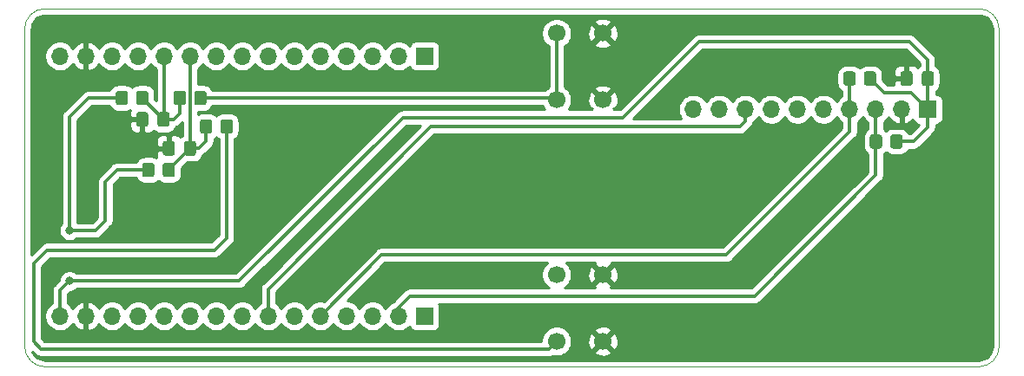
<source format=gbr>
G04 #@! TF.GenerationSoftware,KiCad,Pcbnew,(5.1.10)-1*
G04 #@! TF.CreationDate,2021-10-12T16:57:56+02:00*
G04 #@! TF.ProjectId,esp32-imu,65737033-322d-4696-9d75-2e6b69636164,v0.1.0*
G04 #@! TF.SameCoordinates,Original*
G04 #@! TF.FileFunction,Copper,L1,Top*
G04 #@! TF.FilePolarity,Positive*
%FSLAX46Y46*%
G04 Gerber Fmt 4.6, Leading zero omitted, Abs format (unit mm)*
G04 Created by KiCad (PCBNEW (5.1.10)-1) date 2021-10-12 16:57:56*
%MOMM*%
%LPD*%
G01*
G04 APERTURE LIST*
G04 #@! TA.AperFunction,Profile*
%ADD10C,0.050000*%
G04 #@! TD*
G04 #@! TA.AperFunction,ComponentPad*
%ADD11C,1.700000*%
G04 #@! TD*
G04 #@! TA.AperFunction,ComponentPad*
%ADD12O,1.700000X1.700000*%
G04 #@! TD*
G04 #@! TA.AperFunction,ComponentPad*
%ADD13R,1.700000X1.700000*%
G04 #@! TD*
G04 #@! TA.AperFunction,ViaPad*
%ADD14C,0.800000*%
G04 #@! TD*
G04 #@! TA.AperFunction,Conductor*
%ADD15C,0.300000*%
G04 #@! TD*
G04 #@! TA.AperFunction,Conductor*
%ADD16C,0.254000*%
G04 #@! TD*
G04 #@! TA.AperFunction,Conductor*
%ADD17C,0.100000*%
G04 #@! TD*
G04 APERTURE END LIST*
D10*
X196212400Y-117289960D02*
G75*
G03*
X198212400Y-115289960I0J2000000D01*
G01*
X198212400Y-84289960D02*
G75*
G03*
X196212400Y-82289960I-2000000J0D01*
G01*
X105212400Y-82289960D02*
G75*
G03*
X103212400Y-84289960I0J-2000000D01*
G01*
X105212400Y-117289960D02*
G75*
G02*
X103212400Y-115289960I0J2000000D01*
G01*
X196212400Y-82289960D02*
X105212400Y-82289960D01*
X198212400Y-115289960D02*
X198212400Y-84289960D01*
X105212400Y-117289960D02*
X196212400Y-117289960D01*
X103212400Y-84289960D02*
X103212400Y-115289960D01*
G04 #@! TA.AperFunction,SMDPad,CuDef*
G36*
G01*
X121504760Y-93354739D02*
X121504760Y-94254741D01*
G75*
G02*
X121254761Y-94504740I-249999J0D01*
G01*
X120554759Y-94504740D01*
G75*
G02*
X120304760Y-94254741I0J249999D01*
G01*
X120304760Y-93354739D01*
G75*
G02*
X120554759Y-93104740I249999J0D01*
G01*
X121254761Y-93104740D01*
G75*
G02*
X121504760Y-93354739I0J-249999D01*
G01*
G37*
G04 #@! TD.AperFunction*
G04 #@! TA.AperFunction,SMDPad,CuDef*
G36*
G01*
X123504760Y-93354739D02*
X123504760Y-94254741D01*
G75*
G02*
X123254761Y-94504740I-249999J0D01*
G01*
X122554759Y-94504740D01*
G75*
G02*
X122304760Y-94254741I0J249999D01*
G01*
X122304760Y-93354739D01*
G75*
G02*
X122554759Y-93104740I249999J0D01*
G01*
X123254761Y-93104740D01*
G75*
G02*
X123504760Y-93354739I0J-249999D01*
G01*
G37*
G04 #@! TD.AperFunction*
G04 #@! TA.AperFunction,SMDPad,CuDef*
G36*
G01*
X184222440Y-88673519D02*
X184222440Y-89573521D01*
G75*
G02*
X183972441Y-89823520I-249999J0D01*
G01*
X183272439Y-89823520D01*
G75*
G02*
X183022440Y-89573521I0J249999D01*
G01*
X183022440Y-88673519D01*
G75*
G02*
X183272439Y-88423520I249999J0D01*
G01*
X183972441Y-88423520D01*
G75*
G02*
X184222440Y-88673519I0J-249999D01*
G01*
G37*
G04 #@! TD.AperFunction*
G04 #@! TA.AperFunction,SMDPad,CuDef*
G36*
G01*
X186222440Y-88673519D02*
X186222440Y-89573521D01*
G75*
G02*
X185972441Y-89823520I-249999J0D01*
G01*
X185272439Y-89823520D01*
G75*
G02*
X185022440Y-89573521I0J249999D01*
G01*
X185022440Y-88673519D01*
G75*
G02*
X185272439Y-88423520I249999J0D01*
G01*
X185972441Y-88423520D01*
G75*
G02*
X186222440Y-88673519I0J-249999D01*
G01*
G37*
G04 #@! TD.AperFunction*
G04 #@! TA.AperFunction,SMDPad,CuDef*
G36*
G01*
X116661820Y-98509241D02*
X116661820Y-97609239D01*
G75*
G02*
X116911819Y-97359240I249999J0D01*
G01*
X117611821Y-97359240D01*
G75*
G02*
X117861820Y-97609239I0J-249999D01*
G01*
X117861820Y-98509241D01*
G75*
G02*
X117611821Y-98759240I-249999J0D01*
G01*
X116911819Y-98759240D01*
G75*
G02*
X116661820Y-98509241I0J249999D01*
G01*
G37*
G04 #@! TD.AperFunction*
G04 #@! TA.AperFunction,SMDPad,CuDef*
G36*
G01*
X114661820Y-98509241D02*
X114661820Y-97609239D01*
G75*
G02*
X114911819Y-97359240I249999J0D01*
G01*
X115611821Y-97359240D01*
G75*
G02*
X115861820Y-97609239I0J-249999D01*
G01*
X115861820Y-98509241D01*
G75*
G02*
X115611821Y-98759240I-249999J0D01*
G01*
X114911819Y-98759240D01*
G75*
G02*
X114661820Y-98509241I0J249999D01*
G01*
G37*
G04 #@! TD.AperFunction*
G04 #@! TA.AperFunction,SMDPad,CuDef*
G36*
G01*
X186792920Y-94830479D02*
X186792920Y-95730481D01*
G75*
G02*
X186542921Y-95980480I-249999J0D01*
G01*
X185842919Y-95980480D01*
G75*
G02*
X185592920Y-95730481I0J249999D01*
G01*
X185592920Y-94830479D01*
G75*
G02*
X185842919Y-94580480I249999J0D01*
G01*
X186542921Y-94580480D01*
G75*
G02*
X186792920Y-94830479I0J-249999D01*
G01*
G37*
G04 #@! TD.AperFunction*
G04 #@! TA.AperFunction,SMDPad,CuDef*
G36*
G01*
X188792920Y-94830479D02*
X188792920Y-95730481D01*
G75*
G02*
X188542921Y-95980480I-249999J0D01*
G01*
X187842919Y-95980480D01*
G75*
G02*
X187592920Y-95730481I0J249999D01*
G01*
X187592920Y-94830479D01*
G75*
G02*
X187842919Y-94580480I249999J0D01*
G01*
X188542921Y-94580480D01*
G75*
G02*
X188792920Y-94830479I0J-249999D01*
G01*
G37*
G04 #@! TD.AperFunction*
G04 #@! TA.AperFunction,SMDPad,CuDef*
G36*
G01*
X118936820Y-90575979D02*
X118936820Y-91475981D01*
G75*
G02*
X118686821Y-91725980I-249999J0D01*
G01*
X117986819Y-91725980D01*
G75*
G02*
X117736820Y-91475981I0J249999D01*
G01*
X117736820Y-90575979D01*
G75*
G02*
X117986819Y-90325980I249999J0D01*
G01*
X118686821Y-90325980D01*
G75*
G02*
X118936820Y-90575979I0J-249999D01*
G01*
G37*
G04 #@! TD.AperFunction*
G04 #@! TA.AperFunction,SMDPad,CuDef*
G36*
G01*
X120936820Y-90575979D02*
X120936820Y-91475981D01*
G75*
G02*
X120686821Y-91725980I-249999J0D01*
G01*
X119986819Y-91725980D01*
G75*
G02*
X119736820Y-91475981I0J249999D01*
G01*
X119736820Y-90575979D01*
G75*
G02*
X119986819Y-90325980I249999J0D01*
G01*
X120686821Y-90325980D01*
G75*
G02*
X120936820Y-90575979I0J-249999D01*
G01*
G37*
G04 #@! TD.AperFunction*
G04 #@! TA.AperFunction,SMDPad,CuDef*
G36*
G01*
X114082360Y-91475981D02*
X114082360Y-90575979D01*
G75*
G02*
X114332359Y-90325980I249999J0D01*
G01*
X115032361Y-90325980D01*
G75*
G02*
X115282360Y-90575979I0J-249999D01*
G01*
X115282360Y-91475981D01*
G75*
G02*
X115032361Y-91725980I-249999J0D01*
G01*
X114332359Y-91725980D01*
G75*
G02*
X114082360Y-91475981I0J249999D01*
G01*
G37*
G04 #@! TD.AperFunction*
G04 #@! TA.AperFunction,SMDPad,CuDef*
G36*
G01*
X112082360Y-91475981D02*
X112082360Y-90575979D01*
G75*
G02*
X112332359Y-90325980I249999J0D01*
G01*
X113032361Y-90325980D01*
G75*
G02*
X113282360Y-90575979I0J-249999D01*
G01*
X113282360Y-91475981D01*
G75*
G02*
X113032361Y-91725980I-249999J0D01*
G01*
X112332359Y-91725980D01*
G75*
G02*
X112082360Y-91475981I0J249999D01*
G01*
G37*
G04 #@! TD.AperFunction*
G04 #@! TA.AperFunction,SMDPad,CuDef*
G36*
G01*
X189765520Y-88648520D02*
X189765520Y-89598520D01*
G75*
G02*
X189515520Y-89848520I-250000J0D01*
G01*
X188840520Y-89848520D01*
G75*
G02*
X188590520Y-89598520I0J250000D01*
G01*
X188590520Y-88648520D01*
G75*
G02*
X188840520Y-88398520I250000J0D01*
G01*
X189515520Y-88398520D01*
G75*
G02*
X189765520Y-88648520I0J-250000D01*
G01*
G37*
G04 #@! TD.AperFunction*
G04 #@! TA.AperFunction,SMDPad,CuDef*
G36*
G01*
X191840520Y-88648520D02*
X191840520Y-89598520D01*
G75*
G02*
X191590520Y-89848520I-250000J0D01*
G01*
X190915520Y-89848520D01*
G75*
G02*
X190665520Y-89598520I0J250000D01*
G01*
X190665520Y-88648520D01*
G75*
G02*
X190915520Y-88398520I250000J0D01*
G01*
X191590520Y-88398520D01*
G75*
G02*
X191840520Y-88648520I0J-250000D01*
G01*
G37*
G04 #@! TD.AperFunction*
G04 #@! TA.AperFunction,SMDPad,CuDef*
G36*
G01*
X117849320Y-95470960D02*
X117849320Y-96420960D01*
G75*
G02*
X117599320Y-96670960I-250000J0D01*
G01*
X116924320Y-96670960D01*
G75*
G02*
X116674320Y-96420960I0J250000D01*
G01*
X116674320Y-95470960D01*
G75*
G02*
X116924320Y-95220960I250000J0D01*
G01*
X117599320Y-95220960D01*
G75*
G02*
X117849320Y-95470960I0J-250000D01*
G01*
G37*
G04 #@! TD.AperFunction*
G04 #@! TA.AperFunction,SMDPad,CuDef*
G36*
G01*
X119924320Y-95470960D02*
X119924320Y-96420960D01*
G75*
G02*
X119674320Y-96670960I-250000J0D01*
G01*
X118999320Y-96670960D01*
G75*
G02*
X118749320Y-96420960I0J250000D01*
G01*
X118749320Y-95470960D01*
G75*
G02*
X118999320Y-95220960I250000J0D01*
G01*
X119674320Y-95220960D01*
G75*
G02*
X119924320Y-95470960I0J-250000D01*
G01*
G37*
G04 #@! TD.AperFunction*
G04 #@! TA.AperFunction,SMDPad,CuDef*
G36*
G01*
X115269860Y-92643940D02*
X115269860Y-93593940D01*
G75*
G02*
X115019860Y-93843940I-250000J0D01*
G01*
X114344860Y-93843940D01*
G75*
G02*
X114094860Y-93593940I0J250000D01*
G01*
X114094860Y-92643940D01*
G75*
G02*
X114344860Y-92393940I250000J0D01*
G01*
X115019860Y-92393940D01*
G75*
G02*
X115269860Y-92643940I0J-250000D01*
G01*
G37*
G04 #@! TD.AperFunction*
G04 #@! TA.AperFunction,SMDPad,CuDef*
G36*
G01*
X117344860Y-92643940D02*
X117344860Y-93593940D01*
G75*
G02*
X117094860Y-93843940I-250000J0D01*
G01*
X116419860Y-93843940D01*
G75*
G02*
X116169860Y-93593940I0J250000D01*
G01*
X116169860Y-92643940D01*
G75*
G02*
X116419860Y-92393940I250000J0D01*
G01*
X117094860Y-92393940D01*
G75*
G02*
X117344860Y-92643940I0J-250000D01*
G01*
G37*
G04 #@! TD.AperFunction*
D11*
X155077160Y-114797840D03*
X155077160Y-108297840D03*
X159577160Y-114797840D03*
X159577160Y-108297840D03*
X155077160Y-91201240D03*
X155077160Y-84701240D03*
X159577160Y-91201240D03*
X159577160Y-84701240D03*
D12*
X168396920Y-92124400D03*
X170936920Y-92124400D03*
X173476920Y-92124400D03*
X176016920Y-92124400D03*
X178556920Y-92124400D03*
X181096920Y-92124400D03*
X183636920Y-92124400D03*
X186176920Y-92124400D03*
X188716920Y-92124400D03*
D13*
X191256920Y-92124400D03*
D12*
X106640720Y-112324400D03*
X109180720Y-112324400D03*
X111720720Y-112324400D03*
X114260720Y-112324400D03*
X116800720Y-112324400D03*
X119340720Y-112324400D03*
X121880720Y-112324400D03*
X124420720Y-112324400D03*
X126960720Y-112324400D03*
X129500720Y-112324400D03*
X132040720Y-112324400D03*
X134580720Y-112324400D03*
X137120720Y-112324400D03*
X139660720Y-112324400D03*
D13*
X142200720Y-112324400D03*
D12*
X106640720Y-86924400D03*
X109180720Y-86924400D03*
X111720720Y-86924400D03*
X114260720Y-86924400D03*
X116800720Y-86924400D03*
X119340720Y-86924400D03*
X121880720Y-86924400D03*
X124420720Y-86924400D03*
X126960720Y-86924400D03*
X129500720Y-86924400D03*
X132040720Y-86924400D03*
X134580720Y-86924400D03*
X137120720Y-86924400D03*
X139660720Y-86924400D03*
D13*
X142200720Y-86924400D03*
D14*
X130599180Y-104147620D03*
X140149580Y-94648020D03*
X108805980Y-102674420D03*
X187469780Y-89034620D03*
X181551580Y-106967020D03*
X169588180Y-113469420D03*
X192938400Y-112928400D03*
X109601000Y-94381320D03*
X112364520Y-96225360D03*
X140716000Y-103352600D03*
X146227800Y-108026200D03*
X166624000Y-103352600D03*
X177190400Y-102946200D03*
X172923200Y-98221800D03*
X175732440Y-88323420D03*
X166624000Y-96215200D03*
X149199600Y-96240600D03*
X120540780Y-110345220D03*
X115077240Y-102803960D03*
X119667020Y-100101400D03*
X126657100Y-98943160D03*
X130215640Y-94183200D03*
X147048220Y-85450680D03*
X163032440Y-87025480D03*
X195026280Y-87703660D03*
X190578740Y-102712520D03*
X181457600Y-99034600D03*
X169773600Y-108153200D03*
X163403280Y-111668560D03*
X148513800Y-112699800D03*
X143510000Y-96291400D03*
X147751800Y-103378000D03*
X107579160Y-108905040D03*
X107586780Y-103959660D03*
D15*
X116800720Y-93075580D02*
X116757360Y-93118940D01*
X116800720Y-86924400D02*
X116800720Y-93075580D01*
X118351300Y-91265500D02*
X118600980Y-91015820D01*
X118351300Y-92499180D02*
X118351300Y-91265500D01*
X117731540Y-93118940D02*
X118351300Y-92499180D01*
X116757360Y-93118940D02*
X117731540Y-93118940D01*
X114682360Y-91043940D02*
X116757360Y-93118940D01*
X114682360Y-91025980D02*
X114682360Y-91043940D01*
X119336820Y-86928300D02*
X119336820Y-96065340D01*
X117261820Y-98020960D02*
X119336820Y-95945960D01*
X117261820Y-98059240D02*
X117261820Y-98020960D01*
X120175020Y-95945960D02*
X119336820Y-95945960D01*
X120904760Y-95216220D02*
X120175020Y-95945960D01*
X120904760Y-93804740D02*
X120904760Y-95216220D01*
X191256920Y-89127420D02*
X191253020Y-89123520D01*
X191256920Y-92124400D02*
X191256920Y-89127420D01*
X188192920Y-95280480D02*
X189854840Y-95280480D01*
X191256920Y-93878400D02*
X191256920Y-92124400D01*
X189854840Y-95280480D02*
X191256920Y-93878400D01*
X189653040Y-90520520D02*
X191256920Y-92124400D01*
X187019440Y-90520520D02*
X189653040Y-90520520D01*
X185622440Y-89123520D02*
X187019440Y-90520520D01*
X107586780Y-103959660D02*
X107586780Y-92875100D01*
X109435900Y-91025980D02*
X112682360Y-91025980D01*
X107586780Y-92875100D02*
X109435900Y-91025980D01*
X110119160Y-103959660D02*
X107586780Y-103959660D01*
X111076740Y-103002080D02*
X110119160Y-103959660D01*
X111076740Y-99187000D02*
X111076740Y-103002080D01*
X112204500Y-98059240D02*
X111076740Y-99187000D01*
X115261820Y-98059240D02*
X112204500Y-98059240D01*
X189473840Y-85521800D02*
X191253020Y-87300980D01*
X161549080Y-92938600D02*
X168965880Y-85521800D01*
X191253020Y-87300980D02*
X191253020Y-89123520D01*
X168965880Y-85521800D02*
X189473840Y-85521800D01*
X140075920Y-92938600D02*
X161549080Y-92938600D01*
X107589320Y-108894880D02*
X124119640Y-108894880D01*
X124119640Y-108894880D02*
X140075920Y-92938600D01*
X106640720Y-109843480D02*
X107589320Y-108894880D01*
X106640720Y-112324400D02*
X106640720Y-109843480D01*
X126960720Y-109686000D02*
X126960720Y-112324400D01*
X142831820Y-93814900D02*
X126960720Y-109686000D01*
X173476920Y-93271340D02*
X172933360Y-93814900D01*
X172933360Y-93814900D02*
X142831820Y-93814900D01*
X173476920Y-92124400D02*
X173476920Y-93271340D01*
X183622440Y-92109920D02*
X183636920Y-92124400D01*
X183622440Y-89123520D02*
X183622440Y-92109920D01*
X171617640Y-106349800D02*
X138015320Y-106349800D01*
X138015320Y-106349800D02*
X132040720Y-112324400D01*
X183636920Y-94330520D02*
X171617640Y-106349800D01*
X183636920Y-92124400D02*
X183636920Y-94330520D01*
X174396400Y-110363000D02*
X186176920Y-98582480D01*
X186176920Y-98582480D02*
X186176920Y-92124400D01*
X140766800Y-110363000D02*
X174396400Y-110363000D01*
X139660720Y-111469080D02*
X140766800Y-110363000D01*
X139660720Y-112324400D02*
X139660720Y-111469080D01*
X155077160Y-84701240D02*
X155077160Y-91201240D01*
X154901900Y-91025980D02*
X155077160Y-91201240D01*
X120336820Y-91025980D02*
X154901900Y-91025980D01*
X104084120Y-114802920D02*
X104830600Y-115549400D01*
X152395309Y-115549400D02*
X154325600Y-115549400D01*
X154325600Y-115549400D02*
X155077160Y-114797840D01*
X104830600Y-115549400D02*
X152395309Y-115549400D01*
X105420160Y-105882440D02*
X104084120Y-107218480D01*
X104084120Y-107218480D02*
X104084120Y-114802920D01*
X122904760Y-104699560D02*
X121721880Y-105882440D01*
X122904760Y-93804740D02*
X122904760Y-104699560D01*
X121721880Y-105882440D02*
X105420160Y-105882440D01*
D16*
X196472059Y-82978585D02*
X196721829Y-83053995D01*
X196952192Y-83176482D01*
X197154380Y-83341382D01*
X197320686Y-83542410D01*
X197444778Y-83771914D01*
X197521931Y-84021155D01*
X197552401Y-84311058D01*
X197552400Y-115257681D01*
X197523775Y-115549620D01*
X197448365Y-115799389D01*
X197325877Y-116029754D01*
X197160979Y-116231939D01*
X196959946Y-116398248D01*
X196730446Y-116522338D01*
X196481205Y-116599491D01*
X196191311Y-116629960D01*
X105244679Y-116629960D01*
X104952740Y-116601335D01*
X104702971Y-116525925D01*
X104472606Y-116403437D01*
X104270421Y-116238539D01*
X104104112Y-116037506D01*
X103981168Y-115810126D01*
X104248257Y-116077215D01*
X104272836Y-116107164D01*
X104302784Y-116131742D01*
X104302787Y-116131745D01*
X104323519Y-116148759D01*
X104392367Y-116205262D01*
X104500993Y-116263323D01*
X104528740Y-116278154D01*
X104676712Y-116323041D01*
X104685911Y-116323947D01*
X104792039Y-116334400D01*
X104792046Y-116334400D01*
X104830599Y-116338197D01*
X104869152Y-116334400D01*
X154287047Y-116334400D01*
X154325600Y-116338197D01*
X154364153Y-116334400D01*
X154364161Y-116334400D01*
X154479487Y-116323041D01*
X154627460Y-116278154D01*
X154703368Y-116237581D01*
X154930900Y-116282840D01*
X155223420Y-116282840D01*
X155510318Y-116225772D01*
X155780571Y-116113830D01*
X156023792Y-115951315D01*
X156148870Y-115826237D01*
X158728368Y-115826237D01*
X158806003Y-116075312D01*
X159070043Y-116201211D01*
X159353571Y-116273179D01*
X159645691Y-116288451D01*
X159935179Y-116246439D01*
X160210907Y-116148759D01*
X160348317Y-116075312D01*
X160425952Y-115826237D01*
X159577160Y-114977445D01*
X158728368Y-115826237D01*
X156148870Y-115826237D01*
X156230635Y-115744472D01*
X156393150Y-115501251D01*
X156505092Y-115230998D01*
X156562160Y-114944100D01*
X156562160Y-114866371D01*
X158086549Y-114866371D01*
X158128561Y-115155859D01*
X158226241Y-115431587D01*
X158299688Y-115568997D01*
X158548763Y-115646632D01*
X159397555Y-114797840D01*
X159756765Y-114797840D01*
X160605557Y-115646632D01*
X160854632Y-115568997D01*
X160980531Y-115304957D01*
X161052499Y-115021429D01*
X161067771Y-114729309D01*
X161025759Y-114439821D01*
X160928079Y-114164093D01*
X160854632Y-114026683D01*
X160605557Y-113949048D01*
X159756765Y-114797840D01*
X159397555Y-114797840D01*
X158548763Y-113949048D01*
X158299688Y-114026683D01*
X158173789Y-114290723D01*
X158101821Y-114574251D01*
X158086549Y-114866371D01*
X156562160Y-114866371D01*
X156562160Y-114651580D01*
X156505092Y-114364682D01*
X156393150Y-114094429D01*
X156230635Y-113851208D01*
X156148870Y-113769443D01*
X158728368Y-113769443D01*
X159577160Y-114618235D01*
X160425952Y-113769443D01*
X160348317Y-113520368D01*
X160084277Y-113394469D01*
X159800749Y-113322501D01*
X159508629Y-113307229D01*
X159219141Y-113349241D01*
X158943413Y-113446921D01*
X158806003Y-113520368D01*
X158728368Y-113769443D01*
X156148870Y-113769443D01*
X156023792Y-113644365D01*
X155780571Y-113481850D01*
X155510318Y-113369908D01*
X155223420Y-113312840D01*
X154930900Y-113312840D01*
X154644002Y-113369908D01*
X154373749Y-113481850D01*
X154130528Y-113644365D01*
X153923685Y-113851208D01*
X153761170Y-114094429D01*
X153649228Y-114364682D01*
X153592160Y-114651580D01*
X153592160Y-114764400D01*
X105155758Y-114764400D01*
X104869120Y-114477763D01*
X104869120Y-107543637D01*
X105745317Y-106667440D01*
X121683327Y-106667440D01*
X121721880Y-106671237D01*
X121760433Y-106667440D01*
X121760441Y-106667440D01*
X121875767Y-106656081D01*
X122023740Y-106611194D01*
X122160113Y-106538302D01*
X122279644Y-106440204D01*
X122304227Y-106410250D01*
X123432575Y-105281902D01*
X123462524Y-105257324D01*
X123487757Y-105226579D01*
X123511210Y-105198001D01*
X123560622Y-105137793D01*
X123633514Y-105001420D01*
X123647630Y-104954886D01*
X123678402Y-104853447D01*
X123687251Y-104763597D01*
X123689760Y-104738121D01*
X123689760Y-104738116D01*
X123693557Y-104699560D01*
X123689760Y-104661005D01*
X123689760Y-95024354D01*
X123748147Y-94993145D01*
X123882722Y-94882702D01*
X123993165Y-94748127D01*
X124075232Y-94594591D01*
X124125768Y-94427995D01*
X124142832Y-94254741D01*
X124142832Y-93354739D01*
X124125768Y-93181485D01*
X124075232Y-93014889D01*
X123993165Y-92861353D01*
X123882722Y-92726778D01*
X123748147Y-92616335D01*
X123594611Y-92534268D01*
X123428015Y-92483732D01*
X123254761Y-92466668D01*
X122554759Y-92466668D01*
X122381505Y-92483732D01*
X122214909Y-92534268D01*
X122061373Y-92616335D01*
X121926798Y-92726778D01*
X121904760Y-92753631D01*
X121882722Y-92726778D01*
X121748147Y-92616335D01*
X121594611Y-92534268D01*
X121428015Y-92483732D01*
X121254761Y-92466668D01*
X120554759Y-92466668D01*
X120381505Y-92483732D01*
X120214909Y-92534268D01*
X120121820Y-92584025D01*
X120121820Y-92364052D01*
X120686821Y-92364052D01*
X120860075Y-92346988D01*
X121026671Y-92296452D01*
X121180207Y-92214385D01*
X121314782Y-92103942D01*
X121425225Y-91969367D01*
X121507292Y-91815831D01*
X121508764Y-91810980D01*
X153722370Y-91810980D01*
X153761170Y-91904651D01*
X153923685Y-92147872D01*
X153929413Y-92153600D01*
X140114476Y-92153600D01*
X140075920Y-92149803D01*
X140037364Y-92153600D01*
X140037359Y-92153600D01*
X139996946Y-92157580D01*
X139922033Y-92164958D01*
X139774060Y-92209846D01*
X139637687Y-92282738D01*
X139518156Y-92380836D01*
X139493575Y-92410788D01*
X123794483Y-108109880D01*
X108247711Y-108109880D01*
X108238934Y-108101103D01*
X108069416Y-107987835D01*
X107881058Y-107909814D01*
X107681099Y-107870040D01*
X107477221Y-107870040D01*
X107277262Y-107909814D01*
X107088904Y-107987835D01*
X106919386Y-108101103D01*
X106775223Y-108245266D01*
X106661955Y-108414784D01*
X106583934Y-108603142D01*
X106544160Y-108803101D01*
X106544160Y-108829883D01*
X106112905Y-109261138D01*
X106082957Y-109285716D01*
X106058379Y-109315664D01*
X106058375Y-109315668D01*
X106025410Y-109355836D01*
X105984859Y-109405247D01*
X105959525Y-109452644D01*
X105911966Y-109541621D01*
X105867079Y-109689594D01*
X105851923Y-109843480D01*
X105855721Y-109882043D01*
X105855721Y-111062926D01*
X105694088Y-111170925D01*
X105487245Y-111377768D01*
X105324730Y-111620989D01*
X105212788Y-111891242D01*
X105155720Y-112178140D01*
X105155720Y-112470660D01*
X105212788Y-112757558D01*
X105324730Y-113027811D01*
X105487245Y-113271032D01*
X105694088Y-113477875D01*
X105937309Y-113640390D01*
X106207562Y-113752332D01*
X106494460Y-113809400D01*
X106786980Y-113809400D01*
X107073878Y-113752332D01*
X107344131Y-113640390D01*
X107587352Y-113477875D01*
X107794195Y-113271032D01*
X107915915Y-113088866D01*
X107985542Y-113205755D01*
X108180451Y-113421988D01*
X108413800Y-113596041D01*
X108676621Y-113721225D01*
X108823830Y-113765876D01*
X109053720Y-113644555D01*
X109053720Y-112451400D01*
X109033720Y-112451400D01*
X109033720Y-112197400D01*
X109053720Y-112197400D01*
X109053720Y-111004245D01*
X108823830Y-110882924D01*
X108676621Y-110927575D01*
X108413800Y-111052759D01*
X108180451Y-111226812D01*
X107985542Y-111443045D01*
X107915915Y-111559934D01*
X107794195Y-111377768D01*
X107587352Y-111170925D01*
X107425720Y-111062926D01*
X107425720Y-110168637D01*
X107654317Y-109940040D01*
X107681099Y-109940040D01*
X107881058Y-109900266D01*
X108069416Y-109822245D01*
X108238934Y-109708977D01*
X108268031Y-109679880D01*
X124081087Y-109679880D01*
X124119640Y-109683677D01*
X124158193Y-109679880D01*
X124158201Y-109679880D01*
X124273527Y-109668521D01*
X124421500Y-109623634D01*
X124557873Y-109550742D01*
X124677404Y-109452644D01*
X124701987Y-109422690D01*
X140401077Y-93723600D01*
X141812963Y-93723600D01*
X126432910Y-109103653D01*
X126402956Y-109128236D01*
X126304858Y-109247768D01*
X126231966Y-109384141D01*
X126187079Y-109532114D01*
X126175720Y-109647440D01*
X126175720Y-109647447D01*
X126171923Y-109686000D01*
X126175720Y-109724553D01*
X126175721Y-111062926D01*
X126014088Y-111170925D01*
X125807245Y-111377768D01*
X125690720Y-111552160D01*
X125574195Y-111377768D01*
X125367352Y-111170925D01*
X125124131Y-111008410D01*
X124853878Y-110896468D01*
X124566980Y-110839400D01*
X124274460Y-110839400D01*
X123987562Y-110896468D01*
X123717309Y-111008410D01*
X123474088Y-111170925D01*
X123267245Y-111377768D01*
X123150720Y-111552160D01*
X123034195Y-111377768D01*
X122827352Y-111170925D01*
X122584131Y-111008410D01*
X122313878Y-110896468D01*
X122026980Y-110839400D01*
X121734460Y-110839400D01*
X121447562Y-110896468D01*
X121177309Y-111008410D01*
X120934088Y-111170925D01*
X120727245Y-111377768D01*
X120610720Y-111552160D01*
X120494195Y-111377768D01*
X120287352Y-111170925D01*
X120044131Y-111008410D01*
X119773878Y-110896468D01*
X119486980Y-110839400D01*
X119194460Y-110839400D01*
X118907562Y-110896468D01*
X118637309Y-111008410D01*
X118394088Y-111170925D01*
X118187245Y-111377768D01*
X118070720Y-111552160D01*
X117954195Y-111377768D01*
X117747352Y-111170925D01*
X117504131Y-111008410D01*
X117233878Y-110896468D01*
X116946980Y-110839400D01*
X116654460Y-110839400D01*
X116367562Y-110896468D01*
X116097309Y-111008410D01*
X115854088Y-111170925D01*
X115647245Y-111377768D01*
X115530720Y-111552160D01*
X115414195Y-111377768D01*
X115207352Y-111170925D01*
X114964131Y-111008410D01*
X114693878Y-110896468D01*
X114406980Y-110839400D01*
X114114460Y-110839400D01*
X113827562Y-110896468D01*
X113557309Y-111008410D01*
X113314088Y-111170925D01*
X113107245Y-111377768D01*
X112990720Y-111552160D01*
X112874195Y-111377768D01*
X112667352Y-111170925D01*
X112424131Y-111008410D01*
X112153878Y-110896468D01*
X111866980Y-110839400D01*
X111574460Y-110839400D01*
X111287562Y-110896468D01*
X111017309Y-111008410D01*
X110774088Y-111170925D01*
X110567245Y-111377768D01*
X110445525Y-111559934D01*
X110375898Y-111443045D01*
X110180989Y-111226812D01*
X109947640Y-111052759D01*
X109684819Y-110927575D01*
X109537610Y-110882924D01*
X109307720Y-111004245D01*
X109307720Y-112197400D01*
X109327720Y-112197400D01*
X109327720Y-112451400D01*
X109307720Y-112451400D01*
X109307720Y-113644555D01*
X109537610Y-113765876D01*
X109684819Y-113721225D01*
X109947640Y-113596041D01*
X110180989Y-113421988D01*
X110375898Y-113205755D01*
X110445525Y-113088866D01*
X110567245Y-113271032D01*
X110774088Y-113477875D01*
X111017309Y-113640390D01*
X111287562Y-113752332D01*
X111574460Y-113809400D01*
X111866980Y-113809400D01*
X112153878Y-113752332D01*
X112424131Y-113640390D01*
X112667352Y-113477875D01*
X112874195Y-113271032D01*
X112990720Y-113096640D01*
X113107245Y-113271032D01*
X113314088Y-113477875D01*
X113557309Y-113640390D01*
X113827562Y-113752332D01*
X114114460Y-113809400D01*
X114406980Y-113809400D01*
X114693878Y-113752332D01*
X114964131Y-113640390D01*
X115207352Y-113477875D01*
X115414195Y-113271032D01*
X115530720Y-113096640D01*
X115647245Y-113271032D01*
X115854088Y-113477875D01*
X116097309Y-113640390D01*
X116367562Y-113752332D01*
X116654460Y-113809400D01*
X116946980Y-113809400D01*
X117233878Y-113752332D01*
X117504131Y-113640390D01*
X117747352Y-113477875D01*
X117954195Y-113271032D01*
X118070720Y-113096640D01*
X118187245Y-113271032D01*
X118394088Y-113477875D01*
X118637309Y-113640390D01*
X118907562Y-113752332D01*
X119194460Y-113809400D01*
X119486980Y-113809400D01*
X119773878Y-113752332D01*
X120044131Y-113640390D01*
X120287352Y-113477875D01*
X120494195Y-113271032D01*
X120610720Y-113096640D01*
X120727245Y-113271032D01*
X120934088Y-113477875D01*
X121177309Y-113640390D01*
X121447562Y-113752332D01*
X121734460Y-113809400D01*
X122026980Y-113809400D01*
X122313878Y-113752332D01*
X122584131Y-113640390D01*
X122827352Y-113477875D01*
X123034195Y-113271032D01*
X123150720Y-113096640D01*
X123267245Y-113271032D01*
X123474088Y-113477875D01*
X123717309Y-113640390D01*
X123987562Y-113752332D01*
X124274460Y-113809400D01*
X124566980Y-113809400D01*
X124853878Y-113752332D01*
X125124131Y-113640390D01*
X125367352Y-113477875D01*
X125574195Y-113271032D01*
X125690720Y-113096640D01*
X125807245Y-113271032D01*
X126014088Y-113477875D01*
X126257309Y-113640390D01*
X126527562Y-113752332D01*
X126814460Y-113809400D01*
X127106980Y-113809400D01*
X127393878Y-113752332D01*
X127664131Y-113640390D01*
X127907352Y-113477875D01*
X128114195Y-113271032D01*
X128230720Y-113096640D01*
X128347245Y-113271032D01*
X128554088Y-113477875D01*
X128797309Y-113640390D01*
X129067562Y-113752332D01*
X129354460Y-113809400D01*
X129646980Y-113809400D01*
X129933878Y-113752332D01*
X130204131Y-113640390D01*
X130447352Y-113477875D01*
X130654195Y-113271032D01*
X130770720Y-113096640D01*
X130887245Y-113271032D01*
X131094088Y-113477875D01*
X131337309Y-113640390D01*
X131607562Y-113752332D01*
X131894460Y-113809400D01*
X132186980Y-113809400D01*
X132473878Y-113752332D01*
X132744131Y-113640390D01*
X132987352Y-113477875D01*
X133194195Y-113271032D01*
X133310720Y-113096640D01*
X133427245Y-113271032D01*
X133634088Y-113477875D01*
X133877309Y-113640390D01*
X134147562Y-113752332D01*
X134434460Y-113809400D01*
X134726980Y-113809400D01*
X135013878Y-113752332D01*
X135284131Y-113640390D01*
X135527352Y-113477875D01*
X135734195Y-113271032D01*
X135850720Y-113096640D01*
X135967245Y-113271032D01*
X136174088Y-113477875D01*
X136417309Y-113640390D01*
X136687562Y-113752332D01*
X136974460Y-113809400D01*
X137266980Y-113809400D01*
X137553878Y-113752332D01*
X137824131Y-113640390D01*
X138067352Y-113477875D01*
X138274195Y-113271032D01*
X138390720Y-113096640D01*
X138507245Y-113271032D01*
X138714088Y-113477875D01*
X138957309Y-113640390D01*
X139227562Y-113752332D01*
X139514460Y-113809400D01*
X139806980Y-113809400D01*
X140093878Y-113752332D01*
X140364131Y-113640390D01*
X140607352Y-113477875D01*
X140739207Y-113346020D01*
X140761218Y-113418580D01*
X140820183Y-113528894D01*
X140899535Y-113625585D01*
X140996226Y-113704937D01*
X141106540Y-113763902D01*
X141226238Y-113800212D01*
X141350720Y-113812472D01*
X143050720Y-113812472D01*
X143175202Y-113800212D01*
X143294900Y-113763902D01*
X143405214Y-113704937D01*
X143501905Y-113625585D01*
X143581257Y-113528894D01*
X143640222Y-113418580D01*
X143676532Y-113298882D01*
X143688792Y-113174400D01*
X143688792Y-111474400D01*
X143676532Y-111349918D01*
X143640222Y-111230220D01*
X143596274Y-111148000D01*
X174357847Y-111148000D01*
X174396400Y-111151797D01*
X174434953Y-111148000D01*
X174434961Y-111148000D01*
X174550287Y-111136641D01*
X174698260Y-111091754D01*
X174834633Y-111018862D01*
X174954164Y-110920764D01*
X174978747Y-110890810D01*
X186704737Y-99164821D01*
X186734684Y-99140244D01*
X186832782Y-99020713D01*
X186905674Y-98884340D01*
X186921284Y-98832881D01*
X186950561Y-98736368D01*
X186956426Y-98676821D01*
X186961920Y-98621041D01*
X186961920Y-98621034D01*
X186965717Y-98582481D01*
X186961920Y-98543928D01*
X186961920Y-96508646D01*
X187036307Y-96468885D01*
X187170882Y-96358442D01*
X187192920Y-96331589D01*
X187214958Y-96358442D01*
X187349533Y-96468885D01*
X187503069Y-96550952D01*
X187669665Y-96601488D01*
X187842919Y-96618552D01*
X188542921Y-96618552D01*
X188716175Y-96601488D01*
X188882771Y-96550952D01*
X189036307Y-96468885D01*
X189170882Y-96358442D01*
X189281325Y-96223867D01*
X189363392Y-96070331D01*
X189364864Y-96065480D01*
X189816287Y-96065480D01*
X189854840Y-96069277D01*
X189893393Y-96065480D01*
X189893401Y-96065480D01*
X190008727Y-96054121D01*
X190156700Y-96009234D01*
X190293073Y-95936342D01*
X190412604Y-95838244D01*
X190437187Y-95808290D01*
X191784731Y-94460746D01*
X191814684Y-94436164D01*
X191912782Y-94316633D01*
X191985674Y-94180260D01*
X191986774Y-94176633D01*
X192030562Y-94032287D01*
X192037940Y-93957374D01*
X192041920Y-93916961D01*
X192041920Y-93916956D01*
X192045717Y-93878400D01*
X192041920Y-93839844D01*
X192041920Y-93612472D01*
X192106920Y-93612472D01*
X192231402Y-93600212D01*
X192351100Y-93563902D01*
X192461414Y-93504937D01*
X192558105Y-93425585D01*
X192637457Y-93328894D01*
X192696422Y-93218580D01*
X192732732Y-93098882D01*
X192744992Y-92974400D01*
X192744992Y-91274400D01*
X192732732Y-91149918D01*
X192696422Y-91030220D01*
X192637457Y-90919906D01*
X192558105Y-90823215D01*
X192461414Y-90743863D01*
X192351100Y-90684898D01*
X192231402Y-90648588D01*
X192106920Y-90636328D01*
X192041920Y-90636328D01*
X192041920Y-90359367D01*
X192083906Y-90336925D01*
X192218482Y-90226482D01*
X192328925Y-90091906D01*
X192410992Y-89938370D01*
X192461528Y-89771774D01*
X192478592Y-89598520D01*
X192478592Y-88648520D01*
X192461528Y-88475266D01*
X192410992Y-88308670D01*
X192328925Y-88155134D01*
X192218482Y-88020558D01*
X192083906Y-87910115D01*
X192038020Y-87885588D01*
X192038020Y-87339532D01*
X192041817Y-87300979D01*
X192038020Y-87262426D01*
X192038020Y-87262419D01*
X192026661Y-87147093D01*
X191981774Y-86999120D01*
X191908882Y-86862747D01*
X191836388Y-86774414D01*
X191835365Y-86773167D01*
X191835362Y-86773164D01*
X191810784Y-86743216D01*
X191780837Y-86718639D01*
X190056187Y-84993990D01*
X190031604Y-84964036D01*
X189912073Y-84865938D01*
X189775700Y-84793046D01*
X189627727Y-84748159D01*
X189512401Y-84736800D01*
X189512393Y-84736800D01*
X189473840Y-84733003D01*
X189435287Y-84736800D01*
X169004432Y-84736800D01*
X168965879Y-84733003D01*
X168927326Y-84736800D01*
X168927319Y-84736800D01*
X168826370Y-84746743D01*
X168811992Y-84748159D01*
X168682438Y-84787459D01*
X168664020Y-84793046D01*
X168527647Y-84865938D01*
X168484888Y-84901030D01*
X168438067Y-84939455D01*
X168438064Y-84939458D01*
X168408116Y-84964036D01*
X168383538Y-84993984D01*
X161223923Y-92153600D01*
X160709128Y-92153600D01*
X160605559Y-92050031D01*
X160854632Y-91972397D01*
X160980531Y-91708357D01*
X161052499Y-91424829D01*
X161067771Y-91132709D01*
X161025759Y-90843221D01*
X160928079Y-90567493D01*
X160854632Y-90430083D01*
X160605557Y-90352448D01*
X159756765Y-91201240D01*
X159770908Y-91215383D01*
X159591303Y-91394988D01*
X159577160Y-91380845D01*
X159563018Y-91394988D01*
X159383413Y-91215383D01*
X159397555Y-91201240D01*
X158548763Y-90352448D01*
X158299688Y-90430083D01*
X158173789Y-90694123D01*
X158101821Y-90977651D01*
X158086549Y-91269771D01*
X158128561Y-91559259D01*
X158226241Y-91834987D01*
X158299688Y-91972397D01*
X158548761Y-92050031D01*
X158445192Y-92153600D01*
X156224907Y-92153600D01*
X156230635Y-92147872D01*
X156393150Y-91904651D01*
X156505092Y-91634398D01*
X156562160Y-91347500D01*
X156562160Y-91054980D01*
X156505092Y-90768082D01*
X156393150Y-90497829D01*
X156230635Y-90254608D01*
X156148870Y-90172843D01*
X158728368Y-90172843D01*
X159577160Y-91021635D01*
X160425952Y-90172843D01*
X160348317Y-89923768D01*
X160084277Y-89797869D01*
X159800749Y-89725901D01*
X159508629Y-89710629D01*
X159219141Y-89752641D01*
X158943413Y-89850321D01*
X158806003Y-89923768D01*
X158728368Y-90172843D01*
X156148870Y-90172843D01*
X156023792Y-90047765D01*
X155862160Y-89939766D01*
X155862160Y-85962714D01*
X156023792Y-85854715D01*
X156148870Y-85729637D01*
X158728368Y-85729637D01*
X158806003Y-85978712D01*
X159070043Y-86104611D01*
X159353571Y-86176579D01*
X159645691Y-86191851D01*
X159935179Y-86149839D01*
X160210907Y-86052159D01*
X160348317Y-85978712D01*
X160425952Y-85729637D01*
X159577160Y-84880845D01*
X158728368Y-85729637D01*
X156148870Y-85729637D01*
X156230635Y-85647872D01*
X156393150Y-85404651D01*
X156505092Y-85134398D01*
X156562160Y-84847500D01*
X156562160Y-84769771D01*
X158086549Y-84769771D01*
X158128561Y-85059259D01*
X158226241Y-85334987D01*
X158299688Y-85472397D01*
X158548763Y-85550032D01*
X159397555Y-84701240D01*
X159756765Y-84701240D01*
X160605557Y-85550032D01*
X160854632Y-85472397D01*
X160980531Y-85208357D01*
X161052499Y-84924829D01*
X161067771Y-84632709D01*
X161025759Y-84343221D01*
X160928079Y-84067493D01*
X160854632Y-83930083D01*
X160605557Y-83852448D01*
X159756765Y-84701240D01*
X159397555Y-84701240D01*
X158548763Y-83852448D01*
X158299688Y-83930083D01*
X158173789Y-84194123D01*
X158101821Y-84477651D01*
X158086549Y-84769771D01*
X156562160Y-84769771D01*
X156562160Y-84554980D01*
X156505092Y-84268082D01*
X156393150Y-83997829D01*
X156230635Y-83754608D01*
X156148870Y-83672843D01*
X158728368Y-83672843D01*
X159577160Y-84521635D01*
X160425952Y-83672843D01*
X160348317Y-83423768D01*
X160084277Y-83297869D01*
X159800749Y-83225901D01*
X159508629Y-83210629D01*
X159219141Y-83252641D01*
X158943413Y-83350321D01*
X158806003Y-83423768D01*
X158728368Y-83672843D01*
X156148870Y-83672843D01*
X156023792Y-83547765D01*
X155780571Y-83385250D01*
X155510318Y-83273308D01*
X155223420Y-83216240D01*
X154930900Y-83216240D01*
X154644002Y-83273308D01*
X154373749Y-83385250D01*
X154130528Y-83547765D01*
X153923685Y-83754608D01*
X153761170Y-83997829D01*
X153649228Y-84268082D01*
X153592160Y-84554980D01*
X153592160Y-84847500D01*
X153649228Y-85134398D01*
X153761170Y-85404651D01*
X153923685Y-85647872D01*
X154130528Y-85854715D01*
X154292160Y-85962714D01*
X154292161Y-89939765D01*
X154130528Y-90047765D01*
X153937313Y-90240980D01*
X121508764Y-90240980D01*
X121507292Y-90236129D01*
X121425225Y-90082593D01*
X121314782Y-89948018D01*
X121180207Y-89837575D01*
X121026671Y-89755508D01*
X120860075Y-89704972D01*
X120686821Y-89687908D01*
X120121820Y-89687908D01*
X120121820Y-88188480D01*
X120287352Y-88077875D01*
X120494195Y-87871032D01*
X120610720Y-87696640D01*
X120727245Y-87871032D01*
X120934088Y-88077875D01*
X121177309Y-88240390D01*
X121447562Y-88352332D01*
X121734460Y-88409400D01*
X122026980Y-88409400D01*
X122313878Y-88352332D01*
X122584131Y-88240390D01*
X122827352Y-88077875D01*
X123034195Y-87871032D01*
X123150720Y-87696640D01*
X123267245Y-87871032D01*
X123474088Y-88077875D01*
X123717309Y-88240390D01*
X123987562Y-88352332D01*
X124274460Y-88409400D01*
X124566980Y-88409400D01*
X124853878Y-88352332D01*
X125124131Y-88240390D01*
X125367352Y-88077875D01*
X125574195Y-87871032D01*
X125690720Y-87696640D01*
X125807245Y-87871032D01*
X126014088Y-88077875D01*
X126257309Y-88240390D01*
X126527562Y-88352332D01*
X126814460Y-88409400D01*
X127106980Y-88409400D01*
X127393878Y-88352332D01*
X127664131Y-88240390D01*
X127907352Y-88077875D01*
X128114195Y-87871032D01*
X128230720Y-87696640D01*
X128347245Y-87871032D01*
X128554088Y-88077875D01*
X128797309Y-88240390D01*
X129067562Y-88352332D01*
X129354460Y-88409400D01*
X129646980Y-88409400D01*
X129933878Y-88352332D01*
X130204131Y-88240390D01*
X130447352Y-88077875D01*
X130654195Y-87871032D01*
X130770720Y-87696640D01*
X130887245Y-87871032D01*
X131094088Y-88077875D01*
X131337309Y-88240390D01*
X131607562Y-88352332D01*
X131894460Y-88409400D01*
X132186980Y-88409400D01*
X132473878Y-88352332D01*
X132744131Y-88240390D01*
X132987352Y-88077875D01*
X133194195Y-87871032D01*
X133310720Y-87696640D01*
X133427245Y-87871032D01*
X133634088Y-88077875D01*
X133877309Y-88240390D01*
X134147562Y-88352332D01*
X134434460Y-88409400D01*
X134726980Y-88409400D01*
X135013878Y-88352332D01*
X135284131Y-88240390D01*
X135527352Y-88077875D01*
X135734195Y-87871032D01*
X135850720Y-87696640D01*
X135967245Y-87871032D01*
X136174088Y-88077875D01*
X136417309Y-88240390D01*
X136687562Y-88352332D01*
X136974460Y-88409400D01*
X137266980Y-88409400D01*
X137553878Y-88352332D01*
X137824131Y-88240390D01*
X138067352Y-88077875D01*
X138274195Y-87871032D01*
X138390720Y-87696640D01*
X138507245Y-87871032D01*
X138714088Y-88077875D01*
X138957309Y-88240390D01*
X139227562Y-88352332D01*
X139514460Y-88409400D01*
X139806980Y-88409400D01*
X140093878Y-88352332D01*
X140364131Y-88240390D01*
X140607352Y-88077875D01*
X140739207Y-87946020D01*
X140761218Y-88018580D01*
X140820183Y-88128894D01*
X140899535Y-88225585D01*
X140996226Y-88304937D01*
X141106540Y-88363902D01*
X141226238Y-88400212D01*
X141350720Y-88412472D01*
X143050720Y-88412472D01*
X143175202Y-88400212D01*
X143294900Y-88363902D01*
X143405214Y-88304937D01*
X143501905Y-88225585D01*
X143581257Y-88128894D01*
X143640222Y-88018580D01*
X143676532Y-87898882D01*
X143688792Y-87774400D01*
X143688792Y-86074400D01*
X143676532Y-85949918D01*
X143640222Y-85830220D01*
X143581257Y-85719906D01*
X143501905Y-85623215D01*
X143405214Y-85543863D01*
X143294900Y-85484898D01*
X143175202Y-85448588D01*
X143050720Y-85436328D01*
X141350720Y-85436328D01*
X141226238Y-85448588D01*
X141106540Y-85484898D01*
X140996226Y-85543863D01*
X140899535Y-85623215D01*
X140820183Y-85719906D01*
X140761218Y-85830220D01*
X140739207Y-85902780D01*
X140607352Y-85770925D01*
X140364131Y-85608410D01*
X140093878Y-85496468D01*
X139806980Y-85439400D01*
X139514460Y-85439400D01*
X139227562Y-85496468D01*
X138957309Y-85608410D01*
X138714088Y-85770925D01*
X138507245Y-85977768D01*
X138390720Y-86152160D01*
X138274195Y-85977768D01*
X138067352Y-85770925D01*
X137824131Y-85608410D01*
X137553878Y-85496468D01*
X137266980Y-85439400D01*
X136974460Y-85439400D01*
X136687562Y-85496468D01*
X136417309Y-85608410D01*
X136174088Y-85770925D01*
X135967245Y-85977768D01*
X135850720Y-86152160D01*
X135734195Y-85977768D01*
X135527352Y-85770925D01*
X135284131Y-85608410D01*
X135013878Y-85496468D01*
X134726980Y-85439400D01*
X134434460Y-85439400D01*
X134147562Y-85496468D01*
X133877309Y-85608410D01*
X133634088Y-85770925D01*
X133427245Y-85977768D01*
X133310720Y-86152160D01*
X133194195Y-85977768D01*
X132987352Y-85770925D01*
X132744131Y-85608410D01*
X132473878Y-85496468D01*
X132186980Y-85439400D01*
X131894460Y-85439400D01*
X131607562Y-85496468D01*
X131337309Y-85608410D01*
X131094088Y-85770925D01*
X130887245Y-85977768D01*
X130770720Y-86152160D01*
X130654195Y-85977768D01*
X130447352Y-85770925D01*
X130204131Y-85608410D01*
X129933878Y-85496468D01*
X129646980Y-85439400D01*
X129354460Y-85439400D01*
X129067562Y-85496468D01*
X128797309Y-85608410D01*
X128554088Y-85770925D01*
X128347245Y-85977768D01*
X128230720Y-86152160D01*
X128114195Y-85977768D01*
X127907352Y-85770925D01*
X127664131Y-85608410D01*
X127393878Y-85496468D01*
X127106980Y-85439400D01*
X126814460Y-85439400D01*
X126527562Y-85496468D01*
X126257309Y-85608410D01*
X126014088Y-85770925D01*
X125807245Y-85977768D01*
X125690720Y-86152160D01*
X125574195Y-85977768D01*
X125367352Y-85770925D01*
X125124131Y-85608410D01*
X124853878Y-85496468D01*
X124566980Y-85439400D01*
X124274460Y-85439400D01*
X123987562Y-85496468D01*
X123717309Y-85608410D01*
X123474088Y-85770925D01*
X123267245Y-85977768D01*
X123150720Y-86152160D01*
X123034195Y-85977768D01*
X122827352Y-85770925D01*
X122584131Y-85608410D01*
X122313878Y-85496468D01*
X122026980Y-85439400D01*
X121734460Y-85439400D01*
X121447562Y-85496468D01*
X121177309Y-85608410D01*
X120934088Y-85770925D01*
X120727245Y-85977768D01*
X120610720Y-86152160D01*
X120494195Y-85977768D01*
X120287352Y-85770925D01*
X120044131Y-85608410D01*
X119773878Y-85496468D01*
X119486980Y-85439400D01*
X119194460Y-85439400D01*
X118907562Y-85496468D01*
X118637309Y-85608410D01*
X118394088Y-85770925D01*
X118187245Y-85977768D01*
X118070720Y-86152160D01*
X117954195Y-85977768D01*
X117747352Y-85770925D01*
X117504131Y-85608410D01*
X117233878Y-85496468D01*
X116946980Y-85439400D01*
X116654460Y-85439400D01*
X116367562Y-85496468D01*
X116097309Y-85608410D01*
X115854088Y-85770925D01*
X115647245Y-85977768D01*
X115530720Y-86152160D01*
X115414195Y-85977768D01*
X115207352Y-85770925D01*
X114964131Y-85608410D01*
X114693878Y-85496468D01*
X114406980Y-85439400D01*
X114114460Y-85439400D01*
X113827562Y-85496468D01*
X113557309Y-85608410D01*
X113314088Y-85770925D01*
X113107245Y-85977768D01*
X112990720Y-86152160D01*
X112874195Y-85977768D01*
X112667352Y-85770925D01*
X112424131Y-85608410D01*
X112153878Y-85496468D01*
X111866980Y-85439400D01*
X111574460Y-85439400D01*
X111287562Y-85496468D01*
X111017309Y-85608410D01*
X110774088Y-85770925D01*
X110567245Y-85977768D01*
X110445525Y-86159934D01*
X110375898Y-86043045D01*
X110180989Y-85826812D01*
X109947640Y-85652759D01*
X109684819Y-85527575D01*
X109537610Y-85482924D01*
X109307720Y-85604245D01*
X109307720Y-86797400D01*
X109327720Y-86797400D01*
X109327720Y-87051400D01*
X109307720Y-87051400D01*
X109307720Y-88244555D01*
X109537610Y-88365876D01*
X109684819Y-88321225D01*
X109947640Y-88196041D01*
X110180989Y-88021988D01*
X110375898Y-87805755D01*
X110445525Y-87688866D01*
X110567245Y-87871032D01*
X110774088Y-88077875D01*
X111017309Y-88240390D01*
X111287562Y-88352332D01*
X111574460Y-88409400D01*
X111866980Y-88409400D01*
X112153878Y-88352332D01*
X112424131Y-88240390D01*
X112667352Y-88077875D01*
X112874195Y-87871032D01*
X112990720Y-87696640D01*
X113107245Y-87871032D01*
X113314088Y-88077875D01*
X113557309Y-88240390D01*
X113827562Y-88352332D01*
X114114460Y-88409400D01*
X114406980Y-88409400D01*
X114693878Y-88352332D01*
X114964131Y-88240390D01*
X115207352Y-88077875D01*
X115414195Y-87871032D01*
X115530720Y-87696640D01*
X115647245Y-87871032D01*
X115854088Y-88077875D01*
X116015720Y-88185874D01*
X116015721Y-91267143D01*
X115920432Y-91171855D01*
X115920432Y-90575979D01*
X115903368Y-90402725D01*
X115852832Y-90236129D01*
X115770765Y-90082593D01*
X115660322Y-89948018D01*
X115525747Y-89837575D01*
X115372211Y-89755508D01*
X115205615Y-89704972D01*
X115032361Y-89687908D01*
X114332359Y-89687908D01*
X114159105Y-89704972D01*
X113992509Y-89755508D01*
X113838973Y-89837575D01*
X113704398Y-89948018D01*
X113682360Y-89974871D01*
X113660322Y-89948018D01*
X113525747Y-89837575D01*
X113372211Y-89755508D01*
X113205615Y-89704972D01*
X113032361Y-89687908D01*
X112332359Y-89687908D01*
X112159105Y-89704972D01*
X111992509Y-89755508D01*
X111838973Y-89837575D01*
X111704398Y-89948018D01*
X111593955Y-90082593D01*
X111511888Y-90236129D01*
X111510416Y-90240980D01*
X109474456Y-90240980D01*
X109435900Y-90237183D01*
X109397344Y-90240980D01*
X109397339Y-90240980D01*
X109356926Y-90244960D01*
X109282013Y-90252338D01*
X109134040Y-90297226D01*
X108997667Y-90370118D01*
X108878136Y-90468216D01*
X108853553Y-90498170D01*
X107058965Y-92292758D01*
X107029017Y-92317336D01*
X107004439Y-92347284D01*
X107004435Y-92347288D01*
X106976903Y-92380836D01*
X106930919Y-92436867D01*
X106900790Y-92493235D01*
X106858026Y-92573241D01*
X106813139Y-92721214D01*
X106797983Y-92875100D01*
X106801781Y-92913663D01*
X106801780Y-103280949D01*
X106782843Y-103299886D01*
X106669575Y-103469404D01*
X106591554Y-103657762D01*
X106551780Y-103857721D01*
X106551780Y-104061599D01*
X106591554Y-104261558D01*
X106669575Y-104449916D01*
X106782843Y-104619434D01*
X106927006Y-104763597D01*
X107096524Y-104876865D01*
X107284882Y-104954886D01*
X107484841Y-104994660D01*
X107688719Y-104994660D01*
X107888678Y-104954886D01*
X108077036Y-104876865D01*
X108246554Y-104763597D01*
X108265491Y-104744660D01*
X110080607Y-104744660D01*
X110119160Y-104748457D01*
X110157713Y-104744660D01*
X110157721Y-104744660D01*
X110273047Y-104733301D01*
X110421020Y-104688414D01*
X110557393Y-104615522D01*
X110676924Y-104517424D01*
X110701507Y-104487470D01*
X111604550Y-103584427D01*
X111634504Y-103559844D01*
X111732602Y-103440313D01*
X111805494Y-103303940D01*
X111827649Y-103230906D01*
X111850382Y-103155967D01*
X111861561Y-103042455D01*
X111861740Y-103040641D01*
X111861740Y-103040636D01*
X111865537Y-103002080D01*
X111861740Y-102963524D01*
X111861740Y-99512157D01*
X112529658Y-98844240D01*
X114089876Y-98844240D01*
X114091348Y-98849091D01*
X114173415Y-99002627D01*
X114283858Y-99137202D01*
X114418433Y-99247645D01*
X114571969Y-99329712D01*
X114738565Y-99380248D01*
X114911819Y-99397312D01*
X115611821Y-99397312D01*
X115785075Y-99380248D01*
X115951671Y-99329712D01*
X116105207Y-99247645D01*
X116239782Y-99137202D01*
X116261820Y-99110349D01*
X116283858Y-99137202D01*
X116418433Y-99247645D01*
X116571969Y-99329712D01*
X116738565Y-99380248D01*
X116911819Y-99397312D01*
X117611821Y-99397312D01*
X117785075Y-99380248D01*
X117951671Y-99329712D01*
X118105207Y-99247645D01*
X118239782Y-99137202D01*
X118350225Y-99002627D01*
X118432292Y-98849091D01*
X118482828Y-98682495D01*
X118499892Y-98509241D01*
X118499892Y-97893045D01*
X119083906Y-97309032D01*
X119674320Y-97309032D01*
X119847574Y-97291968D01*
X120014170Y-97241432D01*
X120167706Y-97159365D01*
X120302282Y-97048922D01*
X120412725Y-96914346D01*
X120494792Y-96760810D01*
X120529429Y-96646626D01*
X120613253Y-96601822D01*
X120732784Y-96503724D01*
X120757367Y-96473771D01*
X121432575Y-95798563D01*
X121462524Y-95773984D01*
X121560622Y-95654453D01*
X121633514Y-95518080D01*
X121678401Y-95370107D01*
X121689760Y-95254781D01*
X121689760Y-95254774D01*
X121693557Y-95216221D01*
X121689760Y-95177668D01*
X121689760Y-95024354D01*
X121748147Y-94993145D01*
X121882722Y-94882702D01*
X121904760Y-94855849D01*
X121926798Y-94882702D01*
X122061373Y-94993145D01*
X122119760Y-95024354D01*
X122119761Y-104374401D01*
X121396723Y-105097440D01*
X105458716Y-105097440D01*
X105420160Y-105093643D01*
X105381604Y-105097440D01*
X105381599Y-105097440D01*
X105341186Y-105101420D01*
X105266273Y-105108798D01*
X105118300Y-105153686D01*
X104981927Y-105226578D01*
X104862396Y-105324676D01*
X104837815Y-105354628D01*
X103872400Y-106320043D01*
X103872400Y-86778140D01*
X105155720Y-86778140D01*
X105155720Y-87070660D01*
X105212788Y-87357558D01*
X105324730Y-87627811D01*
X105487245Y-87871032D01*
X105694088Y-88077875D01*
X105937309Y-88240390D01*
X106207562Y-88352332D01*
X106494460Y-88409400D01*
X106786980Y-88409400D01*
X107073878Y-88352332D01*
X107344131Y-88240390D01*
X107587352Y-88077875D01*
X107794195Y-87871032D01*
X107915915Y-87688866D01*
X107985542Y-87805755D01*
X108180451Y-88021988D01*
X108413800Y-88196041D01*
X108676621Y-88321225D01*
X108823830Y-88365876D01*
X109053720Y-88244555D01*
X109053720Y-87051400D01*
X109033720Y-87051400D01*
X109033720Y-86797400D01*
X109053720Y-86797400D01*
X109053720Y-85604245D01*
X108823830Y-85482924D01*
X108676621Y-85527575D01*
X108413800Y-85652759D01*
X108180451Y-85826812D01*
X107985542Y-86043045D01*
X107915915Y-86159934D01*
X107794195Y-85977768D01*
X107587352Y-85770925D01*
X107344131Y-85608410D01*
X107073878Y-85496468D01*
X106786980Y-85439400D01*
X106494460Y-85439400D01*
X106207562Y-85496468D01*
X105937309Y-85608410D01*
X105694088Y-85770925D01*
X105487245Y-85977768D01*
X105324730Y-86220989D01*
X105212788Y-86491242D01*
X105155720Y-86778140D01*
X103872400Y-86778140D01*
X103872400Y-84322239D01*
X103901025Y-84030301D01*
X103976435Y-83780531D01*
X104098922Y-83550168D01*
X104263822Y-83347980D01*
X104464850Y-83181674D01*
X104694354Y-83057582D01*
X104943595Y-82980429D01*
X105233488Y-82949960D01*
X196180121Y-82949960D01*
X196472059Y-82978585D01*
G04 #@! TA.AperFunction,Conductor*
D17*
G36*
X196472059Y-82978585D02*
G01*
X196721829Y-83053995D01*
X196952192Y-83176482D01*
X197154380Y-83341382D01*
X197320686Y-83542410D01*
X197444778Y-83771914D01*
X197521931Y-84021155D01*
X197552401Y-84311058D01*
X197552400Y-115257681D01*
X197523775Y-115549620D01*
X197448365Y-115799389D01*
X197325877Y-116029754D01*
X197160979Y-116231939D01*
X196959946Y-116398248D01*
X196730446Y-116522338D01*
X196481205Y-116599491D01*
X196191311Y-116629960D01*
X105244679Y-116629960D01*
X104952740Y-116601335D01*
X104702971Y-116525925D01*
X104472606Y-116403437D01*
X104270421Y-116238539D01*
X104104112Y-116037506D01*
X103981168Y-115810126D01*
X104248257Y-116077215D01*
X104272836Y-116107164D01*
X104302784Y-116131742D01*
X104302787Y-116131745D01*
X104323519Y-116148759D01*
X104392367Y-116205262D01*
X104500993Y-116263323D01*
X104528740Y-116278154D01*
X104676712Y-116323041D01*
X104685911Y-116323947D01*
X104792039Y-116334400D01*
X104792046Y-116334400D01*
X104830599Y-116338197D01*
X104869152Y-116334400D01*
X154287047Y-116334400D01*
X154325600Y-116338197D01*
X154364153Y-116334400D01*
X154364161Y-116334400D01*
X154479487Y-116323041D01*
X154627460Y-116278154D01*
X154703368Y-116237581D01*
X154930900Y-116282840D01*
X155223420Y-116282840D01*
X155510318Y-116225772D01*
X155780571Y-116113830D01*
X156023792Y-115951315D01*
X156148870Y-115826237D01*
X158728368Y-115826237D01*
X158806003Y-116075312D01*
X159070043Y-116201211D01*
X159353571Y-116273179D01*
X159645691Y-116288451D01*
X159935179Y-116246439D01*
X160210907Y-116148759D01*
X160348317Y-116075312D01*
X160425952Y-115826237D01*
X159577160Y-114977445D01*
X158728368Y-115826237D01*
X156148870Y-115826237D01*
X156230635Y-115744472D01*
X156393150Y-115501251D01*
X156505092Y-115230998D01*
X156562160Y-114944100D01*
X156562160Y-114866371D01*
X158086549Y-114866371D01*
X158128561Y-115155859D01*
X158226241Y-115431587D01*
X158299688Y-115568997D01*
X158548763Y-115646632D01*
X159397555Y-114797840D01*
X159756765Y-114797840D01*
X160605557Y-115646632D01*
X160854632Y-115568997D01*
X160980531Y-115304957D01*
X161052499Y-115021429D01*
X161067771Y-114729309D01*
X161025759Y-114439821D01*
X160928079Y-114164093D01*
X160854632Y-114026683D01*
X160605557Y-113949048D01*
X159756765Y-114797840D01*
X159397555Y-114797840D01*
X158548763Y-113949048D01*
X158299688Y-114026683D01*
X158173789Y-114290723D01*
X158101821Y-114574251D01*
X158086549Y-114866371D01*
X156562160Y-114866371D01*
X156562160Y-114651580D01*
X156505092Y-114364682D01*
X156393150Y-114094429D01*
X156230635Y-113851208D01*
X156148870Y-113769443D01*
X158728368Y-113769443D01*
X159577160Y-114618235D01*
X160425952Y-113769443D01*
X160348317Y-113520368D01*
X160084277Y-113394469D01*
X159800749Y-113322501D01*
X159508629Y-113307229D01*
X159219141Y-113349241D01*
X158943413Y-113446921D01*
X158806003Y-113520368D01*
X158728368Y-113769443D01*
X156148870Y-113769443D01*
X156023792Y-113644365D01*
X155780571Y-113481850D01*
X155510318Y-113369908D01*
X155223420Y-113312840D01*
X154930900Y-113312840D01*
X154644002Y-113369908D01*
X154373749Y-113481850D01*
X154130528Y-113644365D01*
X153923685Y-113851208D01*
X153761170Y-114094429D01*
X153649228Y-114364682D01*
X153592160Y-114651580D01*
X153592160Y-114764400D01*
X105155758Y-114764400D01*
X104869120Y-114477763D01*
X104869120Y-107543637D01*
X105745317Y-106667440D01*
X121683327Y-106667440D01*
X121721880Y-106671237D01*
X121760433Y-106667440D01*
X121760441Y-106667440D01*
X121875767Y-106656081D01*
X122023740Y-106611194D01*
X122160113Y-106538302D01*
X122279644Y-106440204D01*
X122304227Y-106410250D01*
X123432575Y-105281902D01*
X123462524Y-105257324D01*
X123487757Y-105226579D01*
X123511210Y-105198001D01*
X123560622Y-105137793D01*
X123633514Y-105001420D01*
X123647630Y-104954886D01*
X123678402Y-104853447D01*
X123687251Y-104763597D01*
X123689760Y-104738121D01*
X123689760Y-104738116D01*
X123693557Y-104699560D01*
X123689760Y-104661005D01*
X123689760Y-95024354D01*
X123748147Y-94993145D01*
X123882722Y-94882702D01*
X123993165Y-94748127D01*
X124075232Y-94594591D01*
X124125768Y-94427995D01*
X124142832Y-94254741D01*
X124142832Y-93354739D01*
X124125768Y-93181485D01*
X124075232Y-93014889D01*
X123993165Y-92861353D01*
X123882722Y-92726778D01*
X123748147Y-92616335D01*
X123594611Y-92534268D01*
X123428015Y-92483732D01*
X123254761Y-92466668D01*
X122554759Y-92466668D01*
X122381505Y-92483732D01*
X122214909Y-92534268D01*
X122061373Y-92616335D01*
X121926798Y-92726778D01*
X121904760Y-92753631D01*
X121882722Y-92726778D01*
X121748147Y-92616335D01*
X121594611Y-92534268D01*
X121428015Y-92483732D01*
X121254761Y-92466668D01*
X120554759Y-92466668D01*
X120381505Y-92483732D01*
X120214909Y-92534268D01*
X120121820Y-92584025D01*
X120121820Y-92364052D01*
X120686821Y-92364052D01*
X120860075Y-92346988D01*
X121026671Y-92296452D01*
X121180207Y-92214385D01*
X121314782Y-92103942D01*
X121425225Y-91969367D01*
X121507292Y-91815831D01*
X121508764Y-91810980D01*
X153722370Y-91810980D01*
X153761170Y-91904651D01*
X153923685Y-92147872D01*
X153929413Y-92153600D01*
X140114476Y-92153600D01*
X140075920Y-92149803D01*
X140037364Y-92153600D01*
X140037359Y-92153600D01*
X139996946Y-92157580D01*
X139922033Y-92164958D01*
X139774060Y-92209846D01*
X139637687Y-92282738D01*
X139518156Y-92380836D01*
X139493575Y-92410788D01*
X123794483Y-108109880D01*
X108247711Y-108109880D01*
X108238934Y-108101103D01*
X108069416Y-107987835D01*
X107881058Y-107909814D01*
X107681099Y-107870040D01*
X107477221Y-107870040D01*
X107277262Y-107909814D01*
X107088904Y-107987835D01*
X106919386Y-108101103D01*
X106775223Y-108245266D01*
X106661955Y-108414784D01*
X106583934Y-108603142D01*
X106544160Y-108803101D01*
X106544160Y-108829883D01*
X106112905Y-109261138D01*
X106082957Y-109285716D01*
X106058379Y-109315664D01*
X106058375Y-109315668D01*
X106025410Y-109355836D01*
X105984859Y-109405247D01*
X105959525Y-109452644D01*
X105911966Y-109541621D01*
X105867079Y-109689594D01*
X105851923Y-109843480D01*
X105855721Y-109882043D01*
X105855721Y-111062926D01*
X105694088Y-111170925D01*
X105487245Y-111377768D01*
X105324730Y-111620989D01*
X105212788Y-111891242D01*
X105155720Y-112178140D01*
X105155720Y-112470660D01*
X105212788Y-112757558D01*
X105324730Y-113027811D01*
X105487245Y-113271032D01*
X105694088Y-113477875D01*
X105937309Y-113640390D01*
X106207562Y-113752332D01*
X106494460Y-113809400D01*
X106786980Y-113809400D01*
X107073878Y-113752332D01*
X107344131Y-113640390D01*
X107587352Y-113477875D01*
X107794195Y-113271032D01*
X107915915Y-113088866D01*
X107985542Y-113205755D01*
X108180451Y-113421988D01*
X108413800Y-113596041D01*
X108676621Y-113721225D01*
X108823830Y-113765876D01*
X109053720Y-113644555D01*
X109053720Y-112451400D01*
X109033720Y-112451400D01*
X109033720Y-112197400D01*
X109053720Y-112197400D01*
X109053720Y-111004245D01*
X108823830Y-110882924D01*
X108676621Y-110927575D01*
X108413800Y-111052759D01*
X108180451Y-111226812D01*
X107985542Y-111443045D01*
X107915915Y-111559934D01*
X107794195Y-111377768D01*
X107587352Y-111170925D01*
X107425720Y-111062926D01*
X107425720Y-110168637D01*
X107654317Y-109940040D01*
X107681099Y-109940040D01*
X107881058Y-109900266D01*
X108069416Y-109822245D01*
X108238934Y-109708977D01*
X108268031Y-109679880D01*
X124081087Y-109679880D01*
X124119640Y-109683677D01*
X124158193Y-109679880D01*
X124158201Y-109679880D01*
X124273527Y-109668521D01*
X124421500Y-109623634D01*
X124557873Y-109550742D01*
X124677404Y-109452644D01*
X124701987Y-109422690D01*
X140401077Y-93723600D01*
X141812963Y-93723600D01*
X126432910Y-109103653D01*
X126402956Y-109128236D01*
X126304858Y-109247768D01*
X126231966Y-109384141D01*
X126187079Y-109532114D01*
X126175720Y-109647440D01*
X126175720Y-109647447D01*
X126171923Y-109686000D01*
X126175720Y-109724553D01*
X126175721Y-111062926D01*
X126014088Y-111170925D01*
X125807245Y-111377768D01*
X125690720Y-111552160D01*
X125574195Y-111377768D01*
X125367352Y-111170925D01*
X125124131Y-111008410D01*
X124853878Y-110896468D01*
X124566980Y-110839400D01*
X124274460Y-110839400D01*
X123987562Y-110896468D01*
X123717309Y-111008410D01*
X123474088Y-111170925D01*
X123267245Y-111377768D01*
X123150720Y-111552160D01*
X123034195Y-111377768D01*
X122827352Y-111170925D01*
X122584131Y-111008410D01*
X122313878Y-110896468D01*
X122026980Y-110839400D01*
X121734460Y-110839400D01*
X121447562Y-110896468D01*
X121177309Y-111008410D01*
X120934088Y-111170925D01*
X120727245Y-111377768D01*
X120610720Y-111552160D01*
X120494195Y-111377768D01*
X120287352Y-111170925D01*
X120044131Y-111008410D01*
X119773878Y-110896468D01*
X119486980Y-110839400D01*
X119194460Y-110839400D01*
X118907562Y-110896468D01*
X118637309Y-111008410D01*
X118394088Y-111170925D01*
X118187245Y-111377768D01*
X118070720Y-111552160D01*
X117954195Y-111377768D01*
X117747352Y-111170925D01*
X117504131Y-111008410D01*
X117233878Y-110896468D01*
X116946980Y-110839400D01*
X116654460Y-110839400D01*
X116367562Y-110896468D01*
X116097309Y-111008410D01*
X115854088Y-111170925D01*
X115647245Y-111377768D01*
X115530720Y-111552160D01*
X115414195Y-111377768D01*
X115207352Y-111170925D01*
X114964131Y-111008410D01*
X114693878Y-110896468D01*
X114406980Y-110839400D01*
X114114460Y-110839400D01*
X113827562Y-110896468D01*
X113557309Y-111008410D01*
X113314088Y-111170925D01*
X113107245Y-111377768D01*
X112990720Y-111552160D01*
X112874195Y-111377768D01*
X112667352Y-111170925D01*
X112424131Y-111008410D01*
X112153878Y-110896468D01*
X111866980Y-110839400D01*
X111574460Y-110839400D01*
X111287562Y-110896468D01*
X111017309Y-111008410D01*
X110774088Y-111170925D01*
X110567245Y-111377768D01*
X110445525Y-111559934D01*
X110375898Y-111443045D01*
X110180989Y-111226812D01*
X109947640Y-111052759D01*
X109684819Y-110927575D01*
X109537610Y-110882924D01*
X109307720Y-111004245D01*
X109307720Y-112197400D01*
X109327720Y-112197400D01*
X109327720Y-112451400D01*
X109307720Y-112451400D01*
X109307720Y-113644555D01*
X109537610Y-113765876D01*
X109684819Y-113721225D01*
X109947640Y-113596041D01*
X110180989Y-113421988D01*
X110375898Y-113205755D01*
X110445525Y-113088866D01*
X110567245Y-113271032D01*
X110774088Y-113477875D01*
X111017309Y-113640390D01*
X111287562Y-113752332D01*
X111574460Y-113809400D01*
X111866980Y-113809400D01*
X112153878Y-113752332D01*
X112424131Y-113640390D01*
X112667352Y-113477875D01*
X112874195Y-113271032D01*
X112990720Y-113096640D01*
X113107245Y-113271032D01*
X113314088Y-113477875D01*
X113557309Y-113640390D01*
X113827562Y-113752332D01*
X114114460Y-113809400D01*
X114406980Y-113809400D01*
X114693878Y-113752332D01*
X114964131Y-113640390D01*
X115207352Y-113477875D01*
X115414195Y-113271032D01*
X115530720Y-113096640D01*
X115647245Y-113271032D01*
X115854088Y-113477875D01*
X116097309Y-113640390D01*
X116367562Y-113752332D01*
X116654460Y-113809400D01*
X116946980Y-113809400D01*
X117233878Y-113752332D01*
X117504131Y-113640390D01*
X117747352Y-113477875D01*
X117954195Y-113271032D01*
X118070720Y-113096640D01*
X118187245Y-113271032D01*
X118394088Y-113477875D01*
X118637309Y-113640390D01*
X118907562Y-113752332D01*
X119194460Y-113809400D01*
X119486980Y-113809400D01*
X119773878Y-113752332D01*
X120044131Y-113640390D01*
X120287352Y-113477875D01*
X120494195Y-113271032D01*
X120610720Y-113096640D01*
X120727245Y-113271032D01*
X120934088Y-113477875D01*
X121177309Y-113640390D01*
X121447562Y-113752332D01*
X121734460Y-113809400D01*
X122026980Y-113809400D01*
X122313878Y-113752332D01*
X122584131Y-113640390D01*
X122827352Y-113477875D01*
X123034195Y-113271032D01*
X123150720Y-113096640D01*
X123267245Y-113271032D01*
X123474088Y-113477875D01*
X123717309Y-113640390D01*
X123987562Y-113752332D01*
X124274460Y-113809400D01*
X124566980Y-113809400D01*
X124853878Y-113752332D01*
X125124131Y-113640390D01*
X125367352Y-113477875D01*
X125574195Y-113271032D01*
X125690720Y-113096640D01*
X125807245Y-113271032D01*
X126014088Y-113477875D01*
X126257309Y-113640390D01*
X126527562Y-113752332D01*
X126814460Y-113809400D01*
X127106980Y-113809400D01*
X127393878Y-113752332D01*
X127664131Y-113640390D01*
X127907352Y-113477875D01*
X128114195Y-113271032D01*
X128230720Y-113096640D01*
X128347245Y-113271032D01*
X128554088Y-113477875D01*
X128797309Y-113640390D01*
X129067562Y-113752332D01*
X129354460Y-113809400D01*
X129646980Y-113809400D01*
X129933878Y-113752332D01*
X130204131Y-113640390D01*
X130447352Y-113477875D01*
X130654195Y-113271032D01*
X130770720Y-113096640D01*
X130887245Y-113271032D01*
X131094088Y-113477875D01*
X131337309Y-113640390D01*
X131607562Y-113752332D01*
X131894460Y-113809400D01*
X132186980Y-113809400D01*
X132473878Y-113752332D01*
X132744131Y-113640390D01*
X132987352Y-113477875D01*
X133194195Y-113271032D01*
X133310720Y-113096640D01*
X133427245Y-113271032D01*
X133634088Y-113477875D01*
X133877309Y-113640390D01*
X134147562Y-113752332D01*
X134434460Y-113809400D01*
X134726980Y-113809400D01*
X135013878Y-113752332D01*
X135284131Y-113640390D01*
X135527352Y-113477875D01*
X135734195Y-113271032D01*
X135850720Y-113096640D01*
X135967245Y-113271032D01*
X136174088Y-113477875D01*
X136417309Y-113640390D01*
X136687562Y-113752332D01*
X136974460Y-113809400D01*
X137266980Y-113809400D01*
X137553878Y-113752332D01*
X137824131Y-113640390D01*
X138067352Y-113477875D01*
X138274195Y-113271032D01*
X138390720Y-113096640D01*
X138507245Y-113271032D01*
X138714088Y-113477875D01*
X138957309Y-113640390D01*
X139227562Y-113752332D01*
X139514460Y-113809400D01*
X139806980Y-113809400D01*
X140093878Y-113752332D01*
X140364131Y-113640390D01*
X140607352Y-113477875D01*
X140739207Y-113346020D01*
X140761218Y-113418580D01*
X140820183Y-113528894D01*
X140899535Y-113625585D01*
X140996226Y-113704937D01*
X141106540Y-113763902D01*
X141226238Y-113800212D01*
X141350720Y-113812472D01*
X143050720Y-113812472D01*
X143175202Y-113800212D01*
X143294900Y-113763902D01*
X143405214Y-113704937D01*
X143501905Y-113625585D01*
X143581257Y-113528894D01*
X143640222Y-113418580D01*
X143676532Y-113298882D01*
X143688792Y-113174400D01*
X143688792Y-111474400D01*
X143676532Y-111349918D01*
X143640222Y-111230220D01*
X143596274Y-111148000D01*
X174357847Y-111148000D01*
X174396400Y-111151797D01*
X174434953Y-111148000D01*
X174434961Y-111148000D01*
X174550287Y-111136641D01*
X174698260Y-111091754D01*
X174834633Y-111018862D01*
X174954164Y-110920764D01*
X174978747Y-110890810D01*
X186704737Y-99164821D01*
X186734684Y-99140244D01*
X186832782Y-99020713D01*
X186905674Y-98884340D01*
X186921284Y-98832881D01*
X186950561Y-98736368D01*
X186956426Y-98676821D01*
X186961920Y-98621041D01*
X186961920Y-98621034D01*
X186965717Y-98582481D01*
X186961920Y-98543928D01*
X186961920Y-96508646D01*
X187036307Y-96468885D01*
X187170882Y-96358442D01*
X187192920Y-96331589D01*
X187214958Y-96358442D01*
X187349533Y-96468885D01*
X187503069Y-96550952D01*
X187669665Y-96601488D01*
X187842919Y-96618552D01*
X188542921Y-96618552D01*
X188716175Y-96601488D01*
X188882771Y-96550952D01*
X189036307Y-96468885D01*
X189170882Y-96358442D01*
X189281325Y-96223867D01*
X189363392Y-96070331D01*
X189364864Y-96065480D01*
X189816287Y-96065480D01*
X189854840Y-96069277D01*
X189893393Y-96065480D01*
X189893401Y-96065480D01*
X190008727Y-96054121D01*
X190156700Y-96009234D01*
X190293073Y-95936342D01*
X190412604Y-95838244D01*
X190437187Y-95808290D01*
X191784731Y-94460746D01*
X191814684Y-94436164D01*
X191912782Y-94316633D01*
X191985674Y-94180260D01*
X191986774Y-94176633D01*
X192030562Y-94032287D01*
X192037940Y-93957374D01*
X192041920Y-93916961D01*
X192041920Y-93916956D01*
X192045717Y-93878400D01*
X192041920Y-93839844D01*
X192041920Y-93612472D01*
X192106920Y-93612472D01*
X192231402Y-93600212D01*
X192351100Y-93563902D01*
X192461414Y-93504937D01*
X192558105Y-93425585D01*
X192637457Y-93328894D01*
X192696422Y-93218580D01*
X192732732Y-93098882D01*
X192744992Y-92974400D01*
X192744992Y-91274400D01*
X192732732Y-91149918D01*
X192696422Y-91030220D01*
X192637457Y-90919906D01*
X192558105Y-90823215D01*
X192461414Y-90743863D01*
X192351100Y-90684898D01*
X192231402Y-90648588D01*
X192106920Y-90636328D01*
X192041920Y-90636328D01*
X192041920Y-90359367D01*
X192083906Y-90336925D01*
X192218482Y-90226482D01*
X192328925Y-90091906D01*
X192410992Y-89938370D01*
X192461528Y-89771774D01*
X192478592Y-89598520D01*
X192478592Y-88648520D01*
X192461528Y-88475266D01*
X192410992Y-88308670D01*
X192328925Y-88155134D01*
X192218482Y-88020558D01*
X192083906Y-87910115D01*
X192038020Y-87885588D01*
X192038020Y-87339532D01*
X192041817Y-87300979D01*
X192038020Y-87262426D01*
X192038020Y-87262419D01*
X192026661Y-87147093D01*
X191981774Y-86999120D01*
X191908882Y-86862747D01*
X191836388Y-86774414D01*
X191835365Y-86773167D01*
X191835362Y-86773164D01*
X191810784Y-86743216D01*
X191780837Y-86718639D01*
X190056187Y-84993990D01*
X190031604Y-84964036D01*
X189912073Y-84865938D01*
X189775700Y-84793046D01*
X189627727Y-84748159D01*
X189512401Y-84736800D01*
X189512393Y-84736800D01*
X189473840Y-84733003D01*
X189435287Y-84736800D01*
X169004432Y-84736800D01*
X168965879Y-84733003D01*
X168927326Y-84736800D01*
X168927319Y-84736800D01*
X168826370Y-84746743D01*
X168811992Y-84748159D01*
X168682438Y-84787459D01*
X168664020Y-84793046D01*
X168527647Y-84865938D01*
X168484888Y-84901030D01*
X168438067Y-84939455D01*
X168438064Y-84939458D01*
X168408116Y-84964036D01*
X168383538Y-84993984D01*
X161223923Y-92153600D01*
X160709128Y-92153600D01*
X160605559Y-92050031D01*
X160854632Y-91972397D01*
X160980531Y-91708357D01*
X161052499Y-91424829D01*
X161067771Y-91132709D01*
X161025759Y-90843221D01*
X160928079Y-90567493D01*
X160854632Y-90430083D01*
X160605557Y-90352448D01*
X159756765Y-91201240D01*
X159770908Y-91215383D01*
X159591303Y-91394988D01*
X159577160Y-91380845D01*
X159563018Y-91394988D01*
X159383413Y-91215383D01*
X159397555Y-91201240D01*
X158548763Y-90352448D01*
X158299688Y-90430083D01*
X158173789Y-90694123D01*
X158101821Y-90977651D01*
X158086549Y-91269771D01*
X158128561Y-91559259D01*
X158226241Y-91834987D01*
X158299688Y-91972397D01*
X158548761Y-92050031D01*
X158445192Y-92153600D01*
X156224907Y-92153600D01*
X156230635Y-92147872D01*
X156393150Y-91904651D01*
X156505092Y-91634398D01*
X156562160Y-91347500D01*
X156562160Y-91054980D01*
X156505092Y-90768082D01*
X156393150Y-90497829D01*
X156230635Y-90254608D01*
X156148870Y-90172843D01*
X158728368Y-90172843D01*
X159577160Y-91021635D01*
X160425952Y-90172843D01*
X160348317Y-89923768D01*
X160084277Y-89797869D01*
X159800749Y-89725901D01*
X159508629Y-89710629D01*
X159219141Y-89752641D01*
X158943413Y-89850321D01*
X158806003Y-89923768D01*
X158728368Y-90172843D01*
X156148870Y-90172843D01*
X156023792Y-90047765D01*
X155862160Y-89939766D01*
X155862160Y-85962714D01*
X156023792Y-85854715D01*
X156148870Y-85729637D01*
X158728368Y-85729637D01*
X158806003Y-85978712D01*
X159070043Y-86104611D01*
X159353571Y-86176579D01*
X159645691Y-86191851D01*
X159935179Y-86149839D01*
X160210907Y-86052159D01*
X160348317Y-85978712D01*
X160425952Y-85729637D01*
X159577160Y-84880845D01*
X158728368Y-85729637D01*
X156148870Y-85729637D01*
X156230635Y-85647872D01*
X156393150Y-85404651D01*
X156505092Y-85134398D01*
X156562160Y-84847500D01*
X156562160Y-84769771D01*
X158086549Y-84769771D01*
X158128561Y-85059259D01*
X158226241Y-85334987D01*
X158299688Y-85472397D01*
X158548763Y-85550032D01*
X159397555Y-84701240D01*
X159756765Y-84701240D01*
X160605557Y-85550032D01*
X160854632Y-85472397D01*
X160980531Y-85208357D01*
X161052499Y-84924829D01*
X161067771Y-84632709D01*
X161025759Y-84343221D01*
X160928079Y-84067493D01*
X160854632Y-83930083D01*
X160605557Y-83852448D01*
X159756765Y-84701240D01*
X159397555Y-84701240D01*
X158548763Y-83852448D01*
X158299688Y-83930083D01*
X158173789Y-84194123D01*
X158101821Y-84477651D01*
X158086549Y-84769771D01*
X156562160Y-84769771D01*
X156562160Y-84554980D01*
X156505092Y-84268082D01*
X156393150Y-83997829D01*
X156230635Y-83754608D01*
X156148870Y-83672843D01*
X158728368Y-83672843D01*
X159577160Y-84521635D01*
X160425952Y-83672843D01*
X160348317Y-83423768D01*
X160084277Y-83297869D01*
X159800749Y-83225901D01*
X159508629Y-83210629D01*
X159219141Y-83252641D01*
X158943413Y-83350321D01*
X158806003Y-83423768D01*
X158728368Y-83672843D01*
X156148870Y-83672843D01*
X156023792Y-83547765D01*
X155780571Y-83385250D01*
X155510318Y-83273308D01*
X155223420Y-83216240D01*
X154930900Y-83216240D01*
X154644002Y-83273308D01*
X154373749Y-83385250D01*
X154130528Y-83547765D01*
X153923685Y-83754608D01*
X153761170Y-83997829D01*
X153649228Y-84268082D01*
X153592160Y-84554980D01*
X153592160Y-84847500D01*
X153649228Y-85134398D01*
X153761170Y-85404651D01*
X153923685Y-85647872D01*
X154130528Y-85854715D01*
X154292160Y-85962714D01*
X154292161Y-89939765D01*
X154130528Y-90047765D01*
X153937313Y-90240980D01*
X121508764Y-90240980D01*
X121507292Y-90236129D01*
X121425225Y-90082593D01*
X121314782Y-89948018D01*
X121180207Y-89837575D01*
X121026671Y-89755508D01*
X120860075Y-89704972D01*
X120686821Y-89687908D01*
X120121820Y-89687908D01*
X120121820Y-88188480D01*
X120287352Y-88077875D01*
X120494195Y-87871032D01*
X120610720Y-87696640D01*
X120727245Y-87871032D01*
X120934088Y-88077875D01*
X121177309Y-88240390D01*
X121447562Y-88352332D01*
X121734460Y-88409400D01*
X122026980Y-88409400D01*
X122313878Y-88352332D01*
X122584131Y-88240390D01*
X122827352Y-88077875D01*
X123034195Y-87871032D01*
X123150720Y-87696640D01*
X123267245Y-87871032D01*
X123474088Y-88077875D01*
X123717309Y-88240390D01*
X123987562Y-88352332D01*
X124274460Y-88409400D01*
X124566980Y-88409400D01*
X124853878Y-88352332D01*
X125124131Y-88240390D01*
X125367352Y-88077875D01*
X125574195Y-87871032D01*
X125690720Y-87696640D01*
X125807245Y-87871032D01*
X126014088Y-88077875D01*
X126257309Y-88240390D01*
X126527562Y-88352332D01*
X126814460Y-88409400D01*
X127106980Y-88409400D01*
X127393878Y-88352332D01*
X127664131Y-88240390D01*
X127907352Y-88077875D01*
X128114195Y-87871032D01*
X128230720Y-87696640D01*
X128347245Y-87871032D01*
X128554088Y-88077875D01*
X128797309Y-88240390D01*
X129067562Y-88352332D01*
X129354460Y-88409400D01*
X129646980Y-88409400D01*
X129933878Y-88352332D01*
X130204131Y-88240390D01*
X130447352Y-88077875D01*
X130654195Y-87871032D01*
X130770720Y-87696640D01*
X130887245Y-87871032D01*
X131094088Y-88077875D01*
X131337309Y-88240390D01*
X131607562Y-88352332D01*
X131894460Y-88409400D01*
X132186980Y-88409400D01*
X132473878Y-88352332D01*
X132744131Y-88240390D01*
X132987352Y-88077875D01*
X133194195Y-87871032D01*
X133310720Y-87696640D01*
X133427245Y-87871032D01*
X133634088Y-88077875D01*
X133877309Y-88240390D01*
X134147562Y-88352332D01*
X134434460Y-88409400D01*
X134726980Y-88409400D01*
X135013878Y-88352332D01*
X135284131Y-88240390D01*
X135527352Y-88077875D01*
X135734195Y-87871032D01*
X135850720Y-87696640D01*
X135967245Y-87871032D01*
X136174088Y-88077875D01*
X136417309Y-88240390D01*
X136687562Y-88352332D01*
X136974460Y-88409400D01*
X137266980Y-88409400D01*
X137553878Y-88352332D01*
X137824131Y-88240390D01*
X138067352Y-88077875D01*
X138274195Y-87871032D01*
X138390720Y-87696640D01*
X138507245Y-87871032D01*
X138714088Y-88077875D01*
X138957309Y-88240390D01*
X139227562Y-88352332D01*
X139514460Y-88409400D01*
X139806980Y-88409400D01*
X140093878Y-88352332D01*
X140364131Y-88240390D01*
X140607352Y-88077875D01*
X140739207Y-87946020D01*
X140761218Y-88018580D01*
X140820183Y-88128894D01*
X140899535Y-88225585D01*
X140996226Y-88304937D01*
X141106540Y-88363902D01*
X141226238Y-88400212D01*
X141350720Y-88412472D01*
X143050720Y-88412472D01*
X143175202Y-88400212D01*
X143294900Y-88363902D01*
X143405214Y-88304937D01*
X143501905Y-88225585D01*
X143581257Y-88128894D01*
X143640222Y-88018580D01*
X143676532Y-87898882D01*
X143688792Y-87774400D01*
X143688792Y-86074400D01*
X143676532Y-85949918D01*
X143640222Y-85830220D01*
X143581257Y-85719906D01*
X143501905Y-85623215D01*
X143405214Y-85543863D01*
X143294900Y-85484898D01*
X143175202Y-85448588D01*
X143050720Y-85436328D01*
X141350720Y-85436328D01*
X141226238Y-85448588D01*
X141106540Y-85484898D01*
X140996226Y-85543863D01*
X140899535Y-85623215D01*
X140820183Y-85719906D01*
X140761218Y-85830220D01*
X140739207Y-85902780D01*
X140607352Y-85770925D01*
X140364131Y-85608410D01*
X140093878Y-85496468D01*
X139806980Y-85439400D01*
X139514460Y-85439400D01*
X139227562Y-85496468D01*
X138957309Y-85608410D01*
X138714088Y-85770925D01*
X138507245Y-85977768D01*
X138390720Y-86152160D01*
X138274195Y-85977768D01*
X138067352Y-85770925D01*
X137824131Y-85608410D01*
X137553878Y-85496468D01*
X137266980Y-85439400D01*
X136974460Y-85439400D01*
X136687562Y-85496468D01*
X136417309Y-85608410D01*
X136174088Y-85770925D01*
X135967245Y-85977768D01*
X135850720Y-86152160D01*
X135734195Y-85977768D01*
X135527352Y-85770925D01*
X135284131Y-85608410D01*
X135013878Y-85496468D01*
X134726980Y-85439400D01*
X134434460Y-85439400D01*
X134147562Y-85496468D01*
X133877309Y-85608410D01*
X133634088Y-85770925D01*
X133427245Y-85977768D01*
X133310720Y-86152160D01*
X133194195Y-85977768D01*
X132987352Y-85770925D01*
X132744131Y-85608410D01*
X132473878Y-85496468D01*
X132186980Y-85439400D01*
X131894460Y-85439400D01*
X131607562Y-85496468D01*
X131337309Y-85608410D01*
X131094088Y-85770925D01*
X130887245Y-85977768D01*
X130770720Y-86152160D01*
X130654195Y-85977768D01*
X130447352Y-85770925D01*
X130204131Y-85608410D01*
X129933878Y-85496468D01*
X129646980Y-85439400D01*
X129354460Y-85439400D01*
X129067562Y-85496468D01*
X128797309Y-85608410D01*
X128554088Y-85770925D01*
X128347245Y-85977768D01*
X128230720Y-86152160D01*
X128114195Y-85977768D01*
X127907352Y-85770925D01*
X127664131Y-85608410D01*
X127393878Y-85496468D01*
X127106980Y-85439400D01*
X126814460Y-85439400D01*
X126527562Y-85496468D01*
X126257309Y-85608410D01*
X126014088Y-85770925D01*
X125807245Y-85977768D01*
X125690720Y-86152160D01*
X125574195Y-85977768D01*
X125367352Y-85770925D01*
X125124131Y-85608410D01*
X124853878Y-85496468D01*
X124566980Y-85439400D01*
X124274460Y-85439400D01*
X123987562Y-85496468D01*
X123717309Y-85608410D01*
X123474088Y-85770925D01*
X123267245Y-85977768D01*
X123150720Y-86152160D01*
X123034195Y-85977768D01*
X122827352Y-85770925D01*
X122584131Y-85608410D01*
X122313878Y-85496468D01*
X122026980Y-85439400D01*
X121734460Y-85439400D01*
X121447562Y-85496468D01*
X121177309Y-85608410D01*
X120934088Y-85770925D01*
X120727245Y-85977768D01*
X120610720Y-86152160D01*
X120494195Y-85977768D01*
X120287352Y-85770925D01*
X120044131Y-85608410D01*
X119773878Y-85496468D01*
X119486980Y-85439400D01*
X119194460Y-85439400D01*
X118907562Y-85496468D01*
X118637309Y-85608410D01*
X118394088Y-85770925D01*
X118187245Y-85977768D01*
X118070720Y-86152160D01*
X117954195Y-85977768D01*
X117747352Y-85770925D01*
X117504131Y-85608410D01*
X117233878Y-85496468D01*
X116946980Y-85439400D01*
X116654460Y-85439400D01*
X116367562Y-85496468D01*
X116097309Y-85608410D01*
X115854088Y-85770925D01*
X115647245Y-85977768D01*
X115530720Y-86152160D01*
X115414195Y-85977768D01*
X115207352Y-85770925D01*
X114964131Y-85608410D01*
X114693878Y-85496468D01*
X114406980Y-85439400D01*
X114114460Y-85439400D01*
X113827562Y-85496468D01*
X113557309Y-85608410D01*
X113314088Y-85770925D01*
X113107245Y-85977768D01*
X112990720Y-86152160D01*
X112874195Y-85977768D01*
X112667352Y-85770925D01*
X112424131Y-85608410D01*
X112153878Y-85496468D01*
X111866980Y-85439400D01*
X111574460Y-85439400D01*
X111287562Y-85496468D01*
X111017309Y-85608410D01*
X110774088Y-85770925D01*
X110567245Y-85977768D01*
X110445525Y-86159934D01*
X110375898Y-86043045D01*
X110180989Y-85826812D01*
X109947640Y-85652759D01*
X109684819Y-85527575D01*
X109537610Y-85482924D01*
X109307720Y-85604245D01*
X109307720Y-86797400D01*
X109327720Y-86797400D01*
X109327720Y-87051400D01*
X109307720Y-87051400D01*
X109307720Y-88244555D01*
X109537610Y-88365876D01*
X109684819Y-88321225D01*
X109947640Y-88196041D01*
X110180989Y-88021988D01*
X110375898Y-87805755D01*
X110445525Y-87688866D01*
X110567245Y-87871032D01*
X110774088Y-88077875D01*
X111017309Y-88240390D01*
X111287562Y-88352332D01*
X111574460Y-88409400D01*
X111866980Y-88409400D01*
X112153878Y-88352332D01*
X112424131Y-88240390D01*
X112667352Y-88077875D01*
X112874195Y-87871032D01*
X112990720Y-87696640D01*
X113107245Y-87871032D01*
X113314088Y-88077875D01*
X113557309Y-88240390D01*
X113827562Y-88352332D01*
X114114460Y-88409400D01*
X114406980Y-88409400D01*
X114693878Y-88352332D01*
X114964131Y-88240390D01*
X115207352Y-88077875D01*
X115414195Y-87871032D01*
X115530720Y-87696640D01*
X115647245Y-87871032D01*
X115854088Y-88077875D01*
X116015720Y-88185874D01*
X116015721Y-91267143D01*
X115920432Y-91171855D01*
X115920432Y-90575979D01*
X115903368Y-90402725D01*
X115852832Y-90236129D01*
X115770765Y-90082593D01*
X115660322Y-89948018D01*
X115525747Y-89837575D01*
X115372211Y-89755508D01*
X115205615Y-89704972D01*
X115032361Y-89687908D01*
X114332359Y-89687908D01*
X114159105Y-89704972D01*
X113992509Y-89755508D01*
X113838973Y-89837575D01*
X113704398Y-89948018D01*
X113682360Y-89974871D01*
X113660322Y-89948018D01*
X113525747Y-89837575D01*
X113372211Y-89755508D01*
X113205615Y-89704972D01*
X113032361Y-89687908D01*
X112332359Y-89687908D01*
X112159105Y-89704972D01*
X111992509Y-89755508D01*
X111838973Y-89837575D01*
X111704398Y-89948018D01*
X111593955Y-90082593D01*
X111511888Y-90236129D01*
X111510416Y-90240980D01*
X109474456Y-90240980D01*
X109435900Y-90237183D01*
X109397344Y-90240980D01*
X109397339Y-90240980D01*
X109356926Y-90244960D01*
X109282013Y-90252338D01*
X109134040Y-90297226D01*
X108997667Y-90370118D01*
X108878136Y-90468216D01*
X108853553Y-90498170D01*
X107058965Y-92292758D01*
X107029017Y-92317336D01*
X107004439Y-92347284D01*
X107004435Y-92347288D01*
X106976903Y-92380836D01*
X106930919Y-92436867D01*
X106900790Y-92493235D01*
X106858026Y-92573241D01*
X106813139Y-92721214D01*
X106797983Y-92875100D01*
X106801781Y-92913663D01*
X106801780Y-103280949D01*
X106782843Y-103299886D01*
X106669575Y-103469404D01*
X106591554Y-103657762D01*
X106551780Y-103857721D01*
X106551780Y-104061599D01*
X106591554Y-104261558D01*
X106669575Y-104449916D01*
X106782843Y-104619434D01*
X106927006Y-104763597D01*
X107096524Y-104876865D01*
X107284882Y-104954886D01*
X107484841Y-104994660D01*
X107688719Y-104994660D01*
X107888678Y-104954886D01*
X108077036Y-104876865D01*
X108246554Y-104763597D01*
X108265491Y-104744660D01*
X110080607Y-104744660D01*
X110119160Y-104748457D01*
X110157713Y-104744660D01*
X110157721Y-104744660D01*
X110273047Y-104733301D01*
X110421020Y-104688414D01*
X110557393Y-104615522D01*
X110676924Y-104517424D01*
X110701507Y-104487470D01*
X111604550Y-103584427D01*
X111634504Y-103559844D01*
X111732602Y-103440313D01*
X111805494Y-103303940D01*
X111827649Y-103230906D01*
X111850382Y-103155967D01*
X111861561Y-103042455D01*
X111861740Y-103040641D01*
X111861740Y-103040636D01*
X111865537Y-103002080D01*
X111861740Y-102963524D01*
X111861740Y-99512157D01*
X112529658Y-98844240D01*
X114089876Y-98844240D01*
X114091348Y-98849091D01*
X114173415Y-99002627D01*
X114283858Y-99137202D01*
X114418433Y-99247645D01*
X114571969Y-99329712D01*
X114738565Y-99380248D01*
X114911819Y-99397312D01*
X115611821Y-99397312D01*
X115785075Y-99380248D01*
X115951671Y-99329712D01*
X116105207Y-99247645D01*
X116239782Y-99137202D01*
X116261820Y-99110349D01*
X116283858Y-99137202D01*
X116418433Y-99247645D01*
X116571969Y-99329712D01*
X116738565Y-99380248D01*
X116911819Y-99397312D01*
X117611821Y-99397312D01*
X117785075Y-99380248D01*
X117951671Y-99329712D01*
X118105207Y-99247645D01*
X118239782Y-99137202D01*
X118350225Y-99002627D01*
X118432292Y-98849091D01*
X118482828Y-98682495D01*
X118499892Y-98509241D01*
X118499892Y-97893045D01*
X119083906Y-97309032D01*
X119674320Y-97309032D01*
X119847574Y-97291968D01*
X120014170Y-97241432D01*
X120167706Y-97159365D01*
X120302282Y-97048922D01*
X120412725Y-96914346D01*
X120494792Y-96760810D01*
X120529429Y-96646626D01*
X120613253Y-96601822D01*
X120732784Y-96503724D01*
X120757367Y-96473771D01*
X121432575Y-95798563D01*
X121462524Y-95773984D01*
X121560622Y-95654453D01*
X121633514Y-95518080D01*
X121678401Y-95370107D01*
X121689760Y-95254781D01*
X121689760Y-95254774D01*
X121693557Y-95216221D01*
X121689760Y-95177668D01*
X121689760Y-95024354D01*
X121748147Y-94993145D01*
X121882722Y-94882702D01*
X121904760Y-94855849D01*
X121926798Y-94882702D01*
X122061373Y-94993145D01*
X122119760Y-95024354D01*
X122119761Y-104374401D01*
X121396723Y-105097440D01*
X105458716Y-105097440D01*
X105420160Y-105093643D01*
X105381604Y-105097440D01*
X105381599Y-105097440D01*
X105341186Y-105101420D01*
X105266273Y-105108798D01*
X105118300Y-105153686D01*
X104981927Y-105226578D01*
X104862396Y-105324676D01*
X104837815Y-105354628D01*
X103872400Y-106320043D01*
X103872400Y-86778140D01*
X105155720Y-86778140D01*
X105155720Y-87070660D01*
X105212788Y-87357558D01*
X105324730Y-87627811D01*
X105487245Y-87871032D01*
X105694088Y-88077875D01*
X105937309Y-88240390D01*
X106207562Y-88352332D01*
X106494460Y-88409400D01*
X106786980Y-88409400D01*
X107073878Y-88352332D01*
X107344131Y-88240390D01*
X107587352Y-88077875D01*
X107794195Y-87871032D01*
X107915915Y-87688866D01*
X107985542Y-87805755D01*
X108180451Y-88021988D01*
X108413800Y-88196041D01*
X108676621Y-88321225D01*
X108823830Y-88365876D01*
X109053720Y-88244555D01*
X109053720Y-87051400D01*
X109033720Y-87051400D01*
X109033720Y-86797400D01*
X109053720Y-86797400D01*
X109053720Y-85604245D01*
X108823830Y-85482924D01*
X108676621Y-85527575D01*
X108413800Y-85652759D01*
X108180451Y-85826812D01*
X107985542Y-86043045D01*
X107915915Y-86159934D01*
X107794195Y-85977768D01*
X107587352Y-85770925D01*
X107344131Y-85608410D01*
X107073878Y-85496468D01*
X106786980Y-85439400D01*
X106494460Y-85439400D01*
X106207562Y-85496468D01*
X105937309Y-85608410D01*
X105694088Y-85770925D01*
X105487245Y-85977768D01*
X105324730Y-86220989D01*
X105212788Y-86491242D01*
X105155720Y-86778140D01*
X103872400Y-86778140D01*
X103872400Y-84322239D01*
X103901025Y-84030301D01*
X103976435Y-83780531D01*
X104098922Y-83550168D01*
X104263822Y-83347980D01*
X104464850Y-83181674D01*
X104694354Y-83057582D01*
X104943595Y-82980429D01*
X105233488Y-82949960D01*
X196180121Y-82949960D01*
X196472059Y-82978585D01*
G37*
G04 #@! TD.AperFunction*
D16*
X182483445Y-93071032D02*
X182690288Y-93277875D01*
X182851921Y-93385874D01*
X182851921Y-94005362D01*
X171292483Y-105564800D01*
X138053872Y-105564800D01*
X138015319Y-105561003D01*
X137976766Y-105564800D01*
X137976759Y-105564800D01*
X137875810Y-105574743D01*
X137861432Y-105576159D01*
X137826992Y-105586606D01*
X137713460Y-105621046D01*
X137577087Y-105693938D01*
X137534909Y-105728553D01*
X137487507Y-105767455D01*
X137487504Y-105767458D01*
X137457556Y-105792036D01*
X137432978Y-105821984D01*
X132377638Y-110877325D01*
X132186980Y-110839400D01*
X131894460Y-110839400D01*
X131607562Y-110896468D01*
X131337309Y-111008410D01*
X131094088Y-111170925D01*
X130887245Y-111377768D01*
X130770720Y-111552160D01*
X130654195Y-111377768D01*
X130447352Y-111170925D01*
X130204131Y-111008410D01*
X129933878Y-110896468D01*
X129646980Y-110839400D01*
X129354460Y-110839400D01*
X129067562Y-110896468D01*
X128797309Y-111008410D01*
X128554088Y-111170925D01*
X128347245Y-111377768D01*
X128230720Y-111552160D01*
X128114195Y-111377768D01*
X127907352Y-111170925D01*
X127745720Y-111062926D01*
X127745720Y-110011157D01*
X143156977Y-94599900D01*
X172894807Y-94599900D01*
X172933360Y-94603697D01*
X172971913Y-94599900D01*
X172971921Y-94599900D01*
X173087247Y-94588541D01*
X173235220Y-94543654D01*
X173371593Y-94470762D01*
X173491124Y-94372664D01*
X173515706Y-94342711D01*
X174004735Y-93853683D01*
X174034684Y-93829104D01*
X174132782Y-93709573D01*
X174205674Y-93573200D01*
X174212004Y-93552332D01*
X174250562Y-93425227D01*
X174253910Y-93391226D01*
X174423552Y-93277875D01*
X174630395Y-93071032D01*
X174746920Y-92896640D01*
X174863445Y-93071032D01*
X175070288Y-93277875D01*
X175313509Y-93440390D01*
X175583762Y-93552332D01*
X175870660Y-93609400D01*
X176163180Y-93609400D01*
X176450078Y-93552332D01*
X176720331Y-93440390D01*
X176963552Y-93277875D01*
X177170395Y-93071032D01*
X177286920Y-92896640D01*
X177403445Y-93071032D01*
X177610288Y-93277875D01*
X177853509Y-93440390D01*
X178123762Y-93552332D01*
X178410660Y-93609400D01*
X178703180Y-93609400D01*
X178990078Y-93552332D01*
X179260331Y-93440390D01*
X179503552Y-93277875D01*
X179710395Y-93071032D01*
X179826920Y-92896640D01*
X179943445Y-93071032D01*
X180150288Y-93277875D01*
X180393509Y-93440390D01*
X180663762Y-93552332D01*
X180950660Y-93609400D01*
X181243180Y-93609400D01*
X181530078Y-93552332D01*
X181800331Y-93440390D01*
X182043552Y-93277875D01*
X182250395Y-93071032D01*
X182366920Y-92896640D01*
X182483445Y-93071032D01*
G04 #@! TA.AperFunction,Conductor*
D17*
G36*
X182483445Y-93071032D02*
G01*
X182690288Y-93277875D01*
X182851921Y-93385874D01*
X182851921Y-94005362D01*
X171292483Y-105564800D01*
X138053872Y-105564800D01*
X138015319Y-105561003D01*
X137976766Y-105564800D01*
X137976759Y-105564800D01*
X137875810Y-105574743D01*
X137861432Y-105576159D01*
X137826992Y-105586606D01*
X137713460Y-105621046D01*
X137577087Y-105693938D01*
X137534909Y-105728553D01*
X137487507Y-105767455D01*
X137487504Y-105767458D01*
X137457556Y-105792036D01*
X137432978Y-105821984D01*
X132377638Y-110877325D01*
X132186980Y-110839400D01*
X131894460Y-110839400D01*
X131607562Y-110896468D01*
X131337309Y-111008410D01*
X131094088Y-111170925D01*
X130887245Y-111377768D01*
X130770720Y-111552160D01*
X130654195Y-111377768D01*
X130447352Y-111170925D01*
X130204131Y-111008410D01*
X129933878Y-110896468D01*
X129646980Y-110839400D01*
X129354460Y-110839400D01*
X129067562Y-110896468D01*
X128797309Y-111008410D01*
X128554088Y-111170925D01*
X128347245Y-111377768D01*
X128230720Y-111552160D01*
X128114195Y-111377768D01*
X127907352Y-111170925D01*
X127745720Y-111062926D01*
X127745720Y-110011157D01*
X143156977Y-94599900D01*
X172894807Y-94599900D01*
X172933360Y-94603697D01*
X172971913Y-94599900D01*
X172971921Y-94599900D01*
X173087247Y-94588541D01*
X173235220Y-94543654D01*
X173371593Y-94470762D01*
X173491124Y-94372664D01*
X173515706Y-94342711D01*
X174004735Y-93853683D01*
X174034684Y-93829104D01*
X174132782Y-93709573D01*
X174205674Y-93573200D01*
X174212004Y-93552332D01*
X174250562Y-93425227D01*
X174253910Y-93391226D01*
X174423552Y-93277875D01*
X174630395Y-93071032D01*
X174746920Y-92896640D01*
X174863445Y-93071032D01*
X175070288Y-93277875D01*
X175313509Y-93440390D01*
X175583762Y-93552332D01*
X175870660Y-93609400D01*
X176163180Y-93609400D01*
X176450078Y-93552332D01*
X176720331Y-93440390D01*
X176963552Y-93277875D01*
X177170395Y-93071032D01*
X177286920Y-92896640D01*
X177403445Y-93071032D01*
X177610288Y-93277875D01*
X177853509Y-93440390D01*
X178123762Y-93552332D01*
X178410660Y-93609400D01*
X178703180Y-93609400D01*
X178990078Y-93552332D01*
X179260331Y-93440390D01*
X179503552Y-93277875D01*
X179710395Y-93071032D01*
X179826920Y-92896640D01*
X179943445Y-93071032D01*
X180150288Y-93277875D01*
X180393509Y-93440390D01*
X180663762Y-93552332D01*
X180950660Y-93609400D01*
X181243180Y-93609400D01*
X181530078Y-93552332D01*
X181800331Y-93440390D01*
X182043552Y-93277875D01*
X182250395Y-93071032D01*
X182366920Y-92896640D01*
X182483445Y-93071032D01*
G37*
G04 #@! TD.AperFunction*
D16*
X154130528Y-107144365D02*
X153923685Y-107351208D01*
X153761170Y-107594429D01*
X153649228Y-107864682D01*
X153592160Y-108151580D01*
X153592160Y-108444100D01*
X153649228Y-108730998D01*
X153761170Y-109001251D01*
X153923685Y-109244472D01*
X154130528Y-109451315D01*
X154320126Y-109578000D01*
X140805352Y-109578000D01*
X140766799Y-109574203D01*
X140728246Y-109578000D01*
X140728239Y-109578000D01*
X140627290Y-109587943D01*
X140612912Y-109589359D01*
X140578472Y-109599806D01*
X140464940Y-109634246D01*
X140328567Y-109707138D01*
X140268359Y-109756550D01*
X140238987Y-109780655D01*
X140238984Y-109780658D01*
X140209036Y-109805236D01*
X140184458Y-109835185D01*
X139132905Y-110886738D01*
X139102957Y-110911316D01*
X139078379Y-110941264D01*
X139078375Y-110941268D01*
X139057245Y-110967015D01*
X138957309Y-111008410D01*
X138714088Y-111170925D01*
X138507245Y-111377768D01*
X138390720Y-111552160D01*
X138274195Y-111377768D01*
X138067352Y-111170925D01*
X137824131Y-111008410D01*
X137553878Y-110896468D01*
X137266980Y-110839400D01*
X136974460Y-110839400D01*
X136687562Y-110896468D01*
X136417309Y-111008410D01*
X136174088Y-111170925D01*
X135967245Y-111377768D01*
X135850720Y-111552160D01*
X135734195Y-111377768D01*
X135527352Y-111170925D01*
X135284131Y-111008410D01*
X135013878Y-110896468D01*
X134726980Y-110839400D01*
X134635877Y-110839400D01*
X138340478Y-107134800D01*
X154144843Y-107134800D01*
X154130528Y-107144365D01*
G04 #@! TA.AperFunction,Conductor*
D17*
G36*
X154130528Y-107144365D02*
G01*
X153923685Y-107351208D01*
X153761170Y-107594429D01*
X153649228Y-107864682D01*
X153592160Y-108151580D01*
X153592160Y-108444100D01*
X153649228Y-108730998D01*
X153761170Y-109001251D01*
X153923685Y-109244472D01*
X154130528Y-109451315D01*
X154320126Y-109578000D01*
X140805352Y-109578000D01*
X140766799Y-109574203D01*
X140728246Y-109578000D01*
X140728239Y-109578000D01*
X140627290Y-109587943D01*
X140612912Y-109589359D01*
X140578472Y-109599806D01*
X140464940Y-109634246D01*
X140328567Y-109707138D01*
X140268359Y-109756550D01*
X140238987Y-109780655D01*
X140238984Y-109780658D01*
X140209036Y-109805236D01*
X140184458Y-109835185D01*
X139132905Y-110886738D01*
X139102957Y-110911316D01*
X139078379Y-110941264D01*
X139078375Y-110941268D01*
X139057245Y-110967015D01*
X138957309Y-111008410D01*
X138714088Y-111170925D01*
X138507245Y-111377768D01*
X138390720Y-111552160D01*
X138274195Y-111377768D01*
X138067352Y-111170925D01*
X137824131Y-111008410D01*
X137553878Y-110896468D01*
X137266980Y-110839400D01*
X136974460Y-110839400D01*
X136687562Y-110896468D01*
X136417309Y-111008410D01*
X136174088Y-111170925D01*
X135967245Y-111377768D01*
X135850720Y-111552160D01*
X135734195Y-111377768D01*
X135527352Y-111170925D01*
X135284131Y-111008410D01*
X135013878Y-110896468D01*
X134726980Y-110839400D01*
X134635877Y-110839400D01*
X138340478Y-107134800D01*
X154144843Y-107134800D01*
X154130528Y-107144365D01*
G37*
G04 #@! TD.AperFunction*
D16*
X185023445Y-93071032D02*
X185230288Y-93277875D01*
X185391921Y-93385875D01*
X185391921Y-94069418D01*
X185349533Y-94092075D01*
X185214958Y-94202518D01*
X185104515Y-94337093D01*
X185022448Y-94490629D01*
X184971912Y-94657225D01*
X184954848Y-94830479D01*
X184954848Y-95730481D01*
X184971912Y-95903735D01*
X185022448Y-96070331D01*
X185104515Y-96223867D01*
X185214958Y-96358442D01*
X185349533Y-96468885D01*
X185391920Y-96491542D01*
X185391920Y-98257322D01*
X174071243Y-109578000D01*
X160343288Y-109578000D01*
X160348317Y-109575312D01*
X160425952Y-109326237D01*
X159577160Y-108477445D01*
X158728368Y-109326237D01*
X158806003Y-109575312D01*
X158811640Y-109578000D01*
X155834194Y-109578000D01*
X156023792Y-109451315D01*
X156230635Y-109244472D01*
X156393150Y-109001251D01*
X156505092Y-108730998D01*
X156562160Y-108444100D01*
X156562160Y-108366371D01*
X158086549Y-108366371D01*
X158128561Y-108655859D01*
X158226241Y-108931587D01*
X158299688Y-109068997D01*
X158548763Y-109146632D01*
X159397555Y-108297840D01*
X159756765Y-108297840D01*
X160605557Y-109146632D01*
X160854632Y-109068997D01*
X160980531Y-108804957D01*
X161052499Y-108521429D01*
X161067771Y-108229309D01*
X161025759Y-107939821D01*
X160928079Y-107664093D01*
X160854632Y-107526683D01*
X160605557Y-107449048D01*
X159756765Y-108297840D01*
X159397555Y-108297840D01*
X158548763Y-107449048D01*
X158299688Y-107526683D01*
X158173789Y-107790723D01*
X158101821Y-108074251D01*
X158086549Y-108366371D01*
X156562160Y-108366371D01*
X156562160Y-108151580D01*
X156505092Y-107864682D01*
X156393150Y-107594429D01*
X156230635Y-107351208D01*
X156023792Y-107144365D01*
X156009477Y-107134800D01*
X158770335Y-107134800D01*
X158728368Y-107269443D01*
X159577160Y-108118235D01*
X160425952Y-107269443D01*
X160383985Y-107134800D01*
X171579087Y-107134800D01*
X171617640Y-107138597D01*
X171656193Y-107134800D01*
X171656201Y-107134800D01*
X171771527Y-107123441D01*
X171919500Y-107078554D01*
X172055873Y-107005662D01*
X172175404Y-106907564D01*
X172199987Y-106877610D01*
X184164730Y-94912867D01*
X184194684Y-94888284D01*
X184292782Y-94768753D01*
X184365674Y-94632380D01*
X184377137Y-94594591D01*
X184410562Y-94484407D01*
X184419146Y-94397245D01*
X184421920Y-94369081D01*
X184421920Y-94369076D01*
X184425717Y-94330520D01*
X184421920Y-94291964D01*
X184421920Y-93385874D01*
X184583552Y-93277875D01*
X184790395Y-93071032D01*
X184906920Y-92896640D01*
X185023445Y-93071032D01*
G04 #@! TA.AperFunction,Conductor*
D17*
G36*
X185023445Y-93071032D02*
G01*
X185230288Y-93277875D01*
X185391921Y-93385875D01*
X185391921Y-94069418D01*
X185349533Y-94092075D01*
X185214958Y-94202518D01*
X185104515Y-94337093D01*
X185022448Y-94490629D01*
X184971912Y-94657225D01*
X184954848Y-94830479D01*
X184954848Y-95730481D01*
X184971912Y-95903735D01*
X185022448Y-96070331D01*
X185104515Y-96223867D01*
X185214958Y-96358442D01*
X185349533Y-96468885D01*
X185391920Y-96491542D01*
X185391920Y-98257322D01*
X174071243Y-109578000D01*
X160343288Y-109578000D01*
X160348317Y-109575312D01*
X160425952Y-109326237D01*
X159577160Y-108477445D01*
X158728368Y-109326237D01*
X158806003Y-109575312D01*
X158811640Y-109578000D01*
X155834194Y-109578000D01*
X156023792Y-109451315D01*
X156230635Y-109244472D01*
X156393150Y-109001251D01*
X156505092Y-108730998D01*
X156562160Y-108444100D01*
X156562160Y-108366371D01*
X158086549Y-108366371D01*
X158128561Y-108655859D01*
X158226241Y-108931587D01*
X158299688Y-109068997D01*
X158548763Y-109146632D01*
X159397555Y-108297840D01*
X159756765Y-108297840D01*
X160605557Y-109146632D01*
X160854632Y-109068997D01*
X160980531Y-108804957D01*
X161052499Y-108521429D01*
X161067771Y-108229309D01*
X161025759Y-107939821D01*
X160928079Y-107664093D01*
X160854632Y-107526683D01*
X160605557Y-107449048D01*
X159756765Y-108297840D01*
X159397555Y-108297840D01*
X158548763Y-107449048D01*
X158299688Y-107526683D01*
X158173789Y-107790723D01*
X158101821Y-108074251D01*
X158086549Y-108366371D01*
X156562160Y-108366371D01*
X156562160Y-108151580D01*
X156505092Y-107864682D01*
X156393150Y-107594429D01*
X156230635Y-107351208D01*
X156023792Y-107144365D01*
X156009477Y-107134800D01*
X158770335Y-107134800D01*
X158728368Y-107269443D01*
X159577160Y-108118235D01*
X160425952Y-107269443D01*
X160383985Y-107134800D01*
X171579087Y-107134800D01*
X171617640Y-107138597D01*
X171656193Y-107134800D01*
X171656201Y-107134800D01*
X171771527Y-107123441D01*
X171919500Y-107078554D01*
X172055873Y-107005662D01*
X172175404Y-106907564D01*
X172199987Y-106877610D01*
X184164730Y-94912867D01*
X184194684Y-94888284D01*
X184292782Y-94768753D01*
X184365674Y-94632380D01*
X184377137Y-94594591D01*
X184410562Y-94484407D01*
X184419146Y-94397245D01*
X184421920Y-94369081D01*
X184421920Y-94369076D01*
X184425717Y-94330520D01*
X184421920Y-94291964D01*
X184421920Y-93385874D01*
X184583552Y-93277875D01*
X184790395Y-93071032D01*
X184906920Y-92896640D01*
X185023445Y-93071032D01*
G37*
G04 #@! TD.AperFunction*
D16*
X111511888Y-91815831D02*
X111593955Y-91969367D01*
X111704398Y-92103942D01*
X111838973Y-92214385D01*
X111992509Y-92296452D01*
X112159105Y-92346988D01*
X112332359Y-92364052D01*
X113032361Y-92364052D01*
X113205615Y-92346988D01*
X113372211Y-92296452D01*
X113478015Y-92239898D01*
X113469048Y-92269458D01*
X113456788Y-92393940D01*
X113459860Y-92833190D01*
X113618610Y-92991940D01*
X114555360Y-92991940D01*
X114555360Y-92971940D01*
X114809360Y-92971940D01*
X114809360Y-92991940D01*
X114829360Y-92991940D01*
X114829360Y-93245940D01*
X114809360Y-93245940D01*
X114809360Y-94320190D01*
X114968110Y-94478940D01*
X115269860Y-94482012D01*
X115394342Y-94469752D01*
X115514040Y-94433442D01*
X115624354Y-94374477D01*
X115721045Y-94295125D01*
X115786518Y-94215346D01*
X115791898Y-94221902D01*
X115926474Y-94332345D01*
X116080010Y-94414412D01*
X116246606Y-94464948D01*
X116419860Y-94482012D01*
X117094860Y-94482012D01*
X117268114Y-94464948D01*
X117434710Y-94414412D01*
X117588246Y-94332345D01*
X117722822Y-94221902D01*
X117833265Y-94087326D01*
X117915332Y-93933790D01*
X117932130Y-93878414D01*
X118033400Y-93847694D01*
X118169773Y-93774802D01*
X118289304Y-93676704D01*
X118313886Y-93646751D01*
X118551821Y-93408817D01*
X118551821Y-94708028D01*
X118505934Y-94732555D01*
X118371358Y-94842998D01*
X118365978Y-94849554D01*
X118300505Y-94769775D01*
X118203814Y-94690423D01*
X118093500Y-94631458D01*
X117973802Y-94595148D01*
X117849320Y-94582888D01*
X117547570Y-94585960D01*
X117388820Y-94744710D01*
X117388820Y-95818960D01*
X117408820Y-95818960D01*
X117408820Y-96072960D01*
X117388820Y-96072960D01*
X117388820Y-96092960D01*
X117134820Y-96092960D01*
X117134820Y-96072960D01*
X116198070Y-96072960D01*
X116039320Y-96231710D01*
X116036248Y-96670960D01*
X116048508Y-96795442D01*
X116064832Y-96849254D01*
X115951671Y-96788768D01*
X115785075Y-96738232D01*
X115611821Y-96721168D01*
X114911819Y-96721168D01*
X114738565Y-96738232D01*
X114571969Y-96788768D01*
X114418433Y-96870835D01*
X114283858Y-96981278D01*
X114173415Y-97115853D01*
X114091348Y-97269389D01*
X114089876Y-97274240D01*
X112243052Y-97274240D01*
X112204499Y-97270443D01*
X112165946Y-97274240D01*
X112165939Y-97274240D01*
X112064990Y-97284183D01*
X112050612Y-97285599D01*
X112016172Y-97296046D01*
X111902640Y-97330486D01*
X111766267Y-97403378D01*
X111694253Y-97462479D01*
X111676687Y-97476895D01*
X111676684Y-97476898D01*
X111646736Y-97501476D01*
X111622158Y-97531425D01*
X110548930Y-98604653D01*
X110518976Y-98629236D01*
X110420878Y-98748768D01*
X110347986Y-98885141D01*
X110303099Y-99033114D01*
X110291740Y-99148440D01*
X110291740Y-99148447D01*
X110287943Y-99187000D01*
X110291740Y-99225553D01*
X110291741Y-102676922D01*
X109794003Y-103174660D01*
X108371780Y-103174660D01*
X108371780Y-95220960D01*
X116036248Y-95220960D01*
X116039320Y-95660210D01*
X116198070Y-95818960D01*
X117134820Y-95818960D01*
X117134820Y-94744710D01*
X116976070Y-94585960D01*
X116674320Y-94582888D01*
X116549838Y-94595148D01*
X116430140Y-94631458D01*
X116319826Y-94690423D01*
X116223135Y-94769775D01*
X116143783Y-94866466D01*
X116084818Y-94976780D01*
X116048508Y-95096478D01*
X116036248Y-95220960D01*
X108371780Y-95220960D01*
X108371780Y-93843940D01*
X113456788Y-93843940D01*
X113469048Y-93968422D01*
X113505358Y-94088120D01*
X113564323Y-94198434D01*
X113643675Y-94295125D01*
X113740366Y-94374477D01*
X113850680Y-94433442D01*
X113970378Y-94469752D01*
X114094860Y-94482012D01*
X114396610Y-94478940D01*
X114555360Y-94320190D01*
X114555360Y-93245940D01*
X113618610Y-93245940D01*
X113459860Y-93404690D01*
X113456788Y-93843940D01*
X108371780Y-93843940D01*
X108371780Y-93200257D01*
X109761057Y-91810980D01*
X111510416Y-91810980D01*
X111511888Y-91815831D01*
G04 #@! TA.AperFunction,Conductor*
D17*
G36*
X111511888Y-91815831D02*
G01*
X111593955Y-91969367D01*
X111704398Y-92103942D01*
X111838973Y-92214385D01*
X111992509Y-92296452D01*
X112159105Y-92346988D01*
X112332359Y-92364052D01*
X113032361Y-92364052D01*
X113205615Y-92346988D01*
X113372211Y-92296452D01*
X113478015Y-92239898D01*
X113469048Y-92269458D01*
X113456788Y-92393940D01*
X113459860Y-92833190D01*
X113618610Y-92991940D01*
X114555360Y-92991940D01*
X114555360Y-92971940D01*
X114809360Y-92971940D01*
X114809360Y-92991940D01*
X114829360Y-92991940D01*
X114829360Y-93245940D01*
X114809360Y-93245940D01*
X114809360Y-94320190D01*
X114968110Y-94478940D01*
X115269860Y-94482012D01*
X115394342Y-94469752D01*
X115514040Y-94433442D01*
X115624354Y-94374477D01*
X115721045Y-94295125D01*
X115786518Y-94215346D01*
X115791898Y-94221902D01*
X115926474Y-94332345D01*
X116080010Y-94414412D01*
X116246606Y-94464948D01*
X116419860Y-94482012D01*
X117094860Y-94482012D01*
X117268114Y-94464948D01*
X117434710Y-94414412D01*
X117588246Y-94332345D01*
X117722822Y-94221902D01*
X117833265Y-94087326D01*
X117915332Y-93933790D01*
X117932130Y-93878414D01*
X118033400Y-93847694D01*
X118169773Y-93774802D01*
X118289304Y-93676704D01*
X118313886Y-93646751D01*
X118551821Y-93408817D01*
X118551821Y-94708028D01*
X118505934Y-94732555D01*
X118371358Y-94842998D01*
X118365978Y-94849554D01*
X118300505Y-94769775D01*
X118203814Y-94690423D01*
X118093500Y-94631458D01*
X117973802Y-94595148D01*
X117849320Y-94582888D01*
X117547570Y-94585960D01*
X117388820Y-94744710D01*
X117388820Y-95818960D01*
X117408820Y-95818960D01*
X117408820Y-96072960D01*
X117388820Y-96072960D01*
X117388820Y-96092960D01*
X117134820Y-96092960D01*
X117134820Y-96072960D01*
X116198070Y-96072960D01*
X116039320Y-96231710D01*
X116036248Y-96670960D01*
X116048508Y-96795442D01*
X116064832Y-96849254D01*
X115951671Y-96788768D01*
X115785075Y-96738232D01*
X115611821Y-96721168D01*
X114911819Y-96721168D01*
X114738565Y-96738232D01*
X114571969Y-96788768D01*
X114418433Y-96870835D01*
X114283858Y-96981278D01*
X114173415Y-97115853D01*
X114091348Y-97269389D01*
X114089876Y-97274240D01*
X112243052Y-97274240D01*
X112204499Y-97270443D01*
X112165946Y-97274240D01*
X112165939Y-97274240D01*
X112064990Y-97284183D01*
X112050612Y-97285599D01*
X112016172Y-97296046D01*
X111902640Y-97330486D01*
X111766267Y-97403378D01*
X111694253Y-97462479D01*
X111676687Y-97476895D01*
X111676684Y-97476898D01*
X111646736Y-97501476D01*
X111622158Y-97531425D01*
X110548930Y-98604653D01*
X110518976Y-98629236D01*
X110420878Y-98748768D01*
X110347986Y-98885141D01*
X110303099Y-99033114D01*
X110291740Y-99148440D01*
X110291740Y-99148447D01*
X110287943Y-99187000D01*
X110291740Y-99225553D01*
X110291741Y-102676922D01*
X109794003Y-103174660D01*
X108371780Y-103174660D01*
X108371780Y-95220960D01*
X116036248Y-95220960D01*
X116039320Y-95660210D01*
X116198070Y-95818960D01*
X117134820Y-95818960D01*
X117134820Y-94744710D01*
X116976070Y-94585960D01*
X116674320Y-94582888D01*
X116549838Y-94595148D01*
X116430140Y-94631458D01*
X116319826Y-94690423D01*
X116223135Y-94769775D01*
X116143783Y-94866466D01*
X116084818Y-94976780D01*
X116048508Y-95096478D01*
X116036248Y-95220960D01*
X108371780Y-95220960D01*
X108371780Y-93843940D01*
X113456788Y-93843940D01*
X113469048Y-93968422D01*
X113505358Y-94088120D01*
X113564323Y-94198434D01*
X113643675Y-94295125D01*
X113740366Y-94374477D01*
X113850680Y-94433442D01*
X113970378Y-94469752D01*
X114094860Y-94482012D01*
X114396610Y-94478940D01*
X114555360Y-94320190D01*
X114555360Y-93245940D01*
X113618610Y-93245940D01*
X113459860Y-93404690D01*
X113456788Y-93843940D01*
X108371780Y-93843940D01*
X108371780Y-93200257D01*
X109761057Y-91810980D01*
X111510416Y-91810980D01*
X111511888Y-91815831D01*
G37*
G04 #@! TD.AperFunction*
D16*
X188843920Y-91997400D02*
X188863920Y-91997400D01*
X188863920Y-92251400D01*
X188843920Y-92251400D01*
X188843920Y-93444555D01*
X189073810Y-93565876D01*
X189221019Y-93521225D01*
X189483840Y-93396041D01*
X189717189Y-93221988D01*
X189792954Y-93137934D01*
X189817418Y-93218580D01*
X189876383Y-93328894D01*
X189955735Y-93425585D01*
X190052426Y-93504937D01*
X190162740Y-93563902D01*
X190282438Y-93600212D01*
X190406920Y-93612472D01*
X190412691Y-93612472D01*
X189529683Y-94495480D01*
X189364864Y-94495480D01*
X189363392Y-94490629D01*
X189281325Y-94337093D01*
X189170882Y-94202518D01*
X189036307Y-94092075D01*
X188882771Y-94010008D01*
X188716175Y-93959472D01*
X188542921Y-93942408D01*
X187842919Y-93942408D01*
X187669665Y-93959472D01*
X187503069Y-94010008D01*
X187349533Y-94092075D01*
X187214958Y-94202518D01*
X187192920Y-94229371D01*
X187170882Y-94202518D01*
X187036307Y-94092075D01*
X186961920Y-94052314D01*
X186961920Y-93385874D01*
X187123552Y-93277875D01*
X187330395Y-93071032D01*
X187452115Y-92888866D01*
X187521742Y-93005755D01*
X187716651Y-93221988D01*
X187950000Y-93396041D01*
X188212821Y-93521225D01*
X188360030Y-93565876D01*
X188589920Y-93444555D01*
X188589920Y-92251400D01*
X188569920Y-92251400D01*
X188569920Y-91997400D01*
X188589920Y-91997400D01*
X188589920Y-91977400D01*
X188843920Y-91977400D01*
X188843920Y-91997400D01*
G04 #@! TA.AperFunction,Conductor*
D17*
G36*
X188843920Y-91997400D02*
G01*
X188863920Y-91997400D01*
X188863920Y-92251400D01*
X188843920Y-92251400D01*
X188843920Y-93444555D01*
X189073810Y-93565876D01*
X189221019Y-93521225D01*
X189483840Y-93396041D01*
X189717189Y-93221988D01*
X189792954Y-93137934D01*
X189817418Y-93218580D01*
X189876383Y-93328894D01*
X189955735Y-93425585D01*
X190052426Y-93504937D01*
X190162740Y-93563902D01*
X190282438Y-93600212D01*
X190406920Y-93612472D01*
X190412691Y-93612472D01*
X189529683Y-94495480D01*
X189364864Y-94495480D01*
X189363392Y-94490629D01*
X189281325Y-94337093D01*
X189170882Y-94202518D01*
X189036307Y-94092075D01*
X188882771Y-94010008D01*
X188716175Y-93959472D01*
X188542921Y-93942408D01*
X187842919Y-93942408D01*
X187669665Y-93959472D01*
X187503069Y-94010008D01*
X187349533Y-94092075D01*
X187214958Y-94202518D01*
X187192920Y-94229371D01*
X187170882Y-94202518D01*
X187036307Y-94092075D01*
X186961920Y-94052314D01*
X186961920Y-93385874D01*
X187123552Y-93277875D01*
X187330395Y-93071032D01*
X187452115Y-92888866D01*
X187521742Y-93005755D01*
X187716651Y-93221988D01*
X187950000Y-93396041D01*
X188212821Y-93521225D01*
X188360030Y-93565876D01*
X188589920Y-93444555D01*
X188589920Y-92251400D01*
X188569920Y-92251400D01*
X188569920Y-91997400D01*
X188589920Y-91997400D01*
X188589920Y-91977400D01*
X188843920Y-91977400D01*
X188843920Y-91997400D01*
G37*
G04 #@! TD.AperFunction*
D16*
X190468020Y-87626138D02*
X190468020Y-87885588D01*
X190422134Y-87910115D01*
X190287558Y-88020558D01*
X190282178Y-88027114D01*
X190216705Y-87947335D01*
X190120014Y-87867983D01*
X190009700Y-87809018D01*
X189890002Y-87772708D01*
X189765520Y-87760448D01*
X189463770Y-87763520D01*
X189305020Y-87922270D01*
X189305020Y-88996520D01*
X189325020Y-88996520D01*
X189325020Y-89250520D01*
X189305020Y-89250520D01*
X189305020Y-89270520D01*
X189051020Y-89270520D01*
X189051020Y-89250520D01*
X188114270Y-89250520D01*
X187955520Y-89409270D01*
X187953238Y-89735520D01*
X187344598Y-89735520D01*
X186860512Y-89251435D01*
X186860512Y-88673519D01*
X186843448Y-88500265D01*
X186812585Y-88398520D01*
X187952448Y-88398520D01*
X187955520Y-88837770D01*
X188114270Y-88996520D01*
X189051020Y-88996520D01*
X189051020Y-87922270D01*
X188892270Y-87763520D01*
X188590520Y-87760448D01*
X188466038Y-87772708D01*
X188346340Y-87809018D01*
X188236026Y-87867983D01*
X188139335Y-87947335D01*
X188059983Y-88044026D01*
X188001018Y-88154340D01*
X187964708Y-88274038D01*
X187952448Y-88398520D01*
X186812585Y-88398520D01*
X186792912Y-88333669D01*
X186710845Y-88180133D01*
X186600402Y-88045558D01*
X186465827Y-87935115D01*
X186312291Y-87853048D01*
X186145695Y-87802512D01*
X185972441Y-87785448D01*
X185272439Y-87785448D01*
X185099185Y-87802512D01*
X184932589Y-87853048D01*
X184779053Y-87935115D01*
X184644478Y-88045558D01*
X184622440Y-88072411D01*
X184600402Y-88045558D01*
X184465827Y-87935115D01*
X184312291Y-87853048D01*
X184145695Y-87802512D01*
X183972441Y-87785448D01*
X183272439Y-87785448D01*
X183099185Y-87802512D01*
X182932589Y-87853048D01*
X182779053Y-87935115D01*
X182644478Y-88045558D01*
X182534035Y-88180133D01*
X182451968Y-88333669D01*
X182401432Y-88500265D01*
X182384368Y-88673519D01*
X182384368Y-89573521D01*
X182401432Y-89746775D01*
X182451968Y-89913371D01*
X182534035Y-90066907D01*
X182644478Y-90201482D01*
X182779053Y-90311925D01*
X182837440Y-90343134D01*
X182837441Y-90872601D01*
X182690288Y-90970925D01*
X182483445Y-91177768D01*
X182366920Y-91352160D01*
X182250395Y-91177768D01*
X182043552Y-90970925D01*
X181800331Y-90808410D01*
X181530078Y-90696468D01*
X181243180Y-90639400D01*
X180950660Y-90639400D01*
X180663762Y-90696468D01*
X180393509Y-90808410D01*
X180150288Y-90970925D01*
X179943445Y-91177768D01*
X179826920Y-91352160D01*
X179710395Y-91177768D01*
X179503552Y-90970925D01*
X179260331Y-90808410D01*
X178990078Y-90696468D01*
X178703180Y-90639400D01*
X178410660Y-90639400D01*
X178123762Y-90696468D01*
X177853509Y-90808410D01*
X177610288Y-90970925D01*
X177403445Y-91177768D01*
X177286920Y-91352160D01*
X177170395Y-91177768D01*
X176963552Y-90970925D01*
X176720331Y-90808410D01*
X176450078Y-90696468D01*
X176163180Y-90639400D01*
X175870660Y-90639400D01*
X175583762Y-90696468D01*
X175313509Y-90808410D01*
X175070288Y-90970925D01*
X174863445Y-91177768D01*
X174746920Y-91352160D01*
X174630395Y-91177768D01*
X174423552Y-90970925D01*
X174180331Y-90808410D01*
X173910078Y-90696468D01*
X173623180Y-90639400D01*
X173330660Y-90639400D01*
X173043762Y-90696468D01*
X172773509Y-90808410D01*
X172530288Y-90970925D01*
X172323445Y-91177768D01*
X172206920Y-91352160D01*
X172090395Y-91177768D01*
X171883552Y-90970925D01*
X171640331Y-90808410D01*
X171370078Y-90696468D01*
X171083180Y-90639400D01*
X170790660Y-90639400D01*
X170503762Y-90696468D01*
X170233509Y-90808410D01*
X169990288Y-90970925D01*
X169783445Y-91177768D01*
X169666920Y-91352160D01*
X169550395Y-91177768D01*
X169343552Y-90970925D01*
X169100331Y-90808410D01*
X168830078Y-90696468D01*
X168543180Y-90639400D01*
X168250660Y-90639400D01*
X167963762Y-90696468D01*
X167693509Y-90808410D01*
X167450288Y-90970925D01*
X167243445Y-91177768D01*
X167080930Y-91420989D01*
X166968988Y-91691242D01*
X166911920Y-91978140D01*
X166911920Y-92270660D01*
X166968988Y-92557558D01*
X167080930Y-92827811D01*
X167215961Y-93029900D01*
X162567937Y-93029900D01*
X169291038Y-86306800D01*
X189148683Y-86306800D01*
X190468020Y-87626138D01*
G04 #@! TA.AperFunction,Conductor*
D17*
G36*
X190468020Y-87626138D02*
G01*
X190468020Y-87885588D01*
X190422134Y-87910115D01*
X190287558Y-88020558D01*
X190282178Y-88027114D01*
X190216705Y-87947335D01*
X190120014Y-87867983D01*
X190009700Y-87809018D01*
X189890002Y-87772708D01*
X189765520Y-87760448D01*
X189463770Y-87763520D01*
X189305020Y-87922270D01*
X189305020Y-88996520D01*
X189325020Y-88996520D01*
X189325020Y-89250520D01*
X189305020Y-89250520D01*
X189305020Y-89270520D01*
X189051020Y-89270520D01*
X189051020Y-89250520D01*
X188114270Y-89250520D01*
X187955520Y-89409270D01*
X187953238Y-89735520D01*
X187344598Y-89735520D01*
X186860512Y-89251435D01*
X186860512Y-88673519D01*
X186843448Y-88500265D01*
X186812585Y-88398520D01*
X187952448Y-88398520D01*
X187955520Y-88837770D01*
X188114270Y-88996520D01*
X189051020Y-88996520D01*
X189051020Y-87922270D01*
X188892270Y-87763520D01*
X188590520Y-87760448D01*
X188466038Y-87772708D01*
X188346340Y-87809018D01*
X188236026Y-87867983D01*
X188139335Y-87947335D01*
X188059983Y-88044026D01*
X188001018Y-88154340D01*
X187964708Y-88274038D01*
X187952448Y-88398520D01*
X186812585Y-88398520D01*
X186792912Y-88333669D01*
X186710845Y-88180133D01*
X186600402Y-88045558D01*
X186465827Y-87935115D01*
X186312291Y-87853048D01*
X186145695Y-87802512D01*
X185972441Y-87785448D01*
X185272439Y-87785448D01*
X185099185Y-87802512D01*
X184932589Y-87853048D01*
X184779053Y-87935115D01*
X184644478Y-88045558D01*
X184622440Y-88072411D01*
X184600402Y-88045558D01*
X184465827Y-87935115D01*
X184312291Y-87853048D01*
X184145695Y-87802512D01*
X183972441Y-87785448D01*
X183272439Y-87785448D01*
X183099185Y-87802512D01*
X182932589Y-87853048D01*
X182779053Y-87935115D01*
X182644478Y-88045558D01*
X182534035Y-88180133D01*
X182451968Y-88333669D01*
X182401432Y-88500265D01*
X182384368Y-88673519D01*
X182384368Y-89573521D01*
X182401432Y-89746775D01*
X182451968Y-89913371D01*
X182534035Y-90066907D01*
X182644478Y-90201482D01*
X182779053Y-90311925D01*
X182837440Y-90343134D01*
X182837441Y-90872601D01*
X182690288Y-90970925D01*
X182483445Y-91177768D01*
X182366920Y-91352160D01*
X182250395Y-91177768D01*
X182043552Y-90970925D01*
X181800331Y-90808410D01*
X181530078Y-90696468D01*
X181243180Y-90639400D01*
X180950660Y-90639400D01*
X180663762Y-90696468D01*
X180393509Y-90808410D01*
X180150288Y-90970925D01*
X179943445Y-91177768D01*
X179826920Y-91352160D01*
X179710395Y-91177768D01*
X179503552Y-90970925D01*
X179260331Y-90808410D01*
X178990078Y-90696468D01*
X178703180Y-90639400D01*
X178410660Y-90639400D01*
X178123762Y-90696468D01*
X177853509Y-90808410D01*
X177610288Y-90970925D01*
X177403445Y-91177768D01*
X177286920Y-91352160D01*
X177170395Y-91177768D01*
X176963552Y-90970925D01*
X176720331Y-90808410D01*
X176450078Y-90696468D01*
X176163180Y-90639400D01*
X175870660Y-90639400D01*
X175583762Y-90696468D01*
X175313509Y-90808410D01*
X175070288Y-90970925D01*
X174863445Y-91177768D01*
X174746920Y-91352160D01*
X174630395Y-91177768D01*
X174423552Y-90970925D01*
X174180331Y-90808410D01*
X173910078Y-90696468D01*
X173623180Y-90639400D01*
X173330660Y-90639400D01*
X173043762Y-90696468D01*
X172773509Y-90808410D01*
X172530288Y-90970925D01*
X172323445Y-91177768D01*
X172206920Y-91352160D01*
X172090395Y-91177768D01*
X171883552Y-90970925D01*
X171640331Y-90808410D01*
X171370078Y-90696468D01*
X171083180Y-90639400D01*
X170790660Y-90639400D01*
X170503762Y-90696468D01*
X170233509Y-90808410D01*
X169990288Y-90970925D01*
X169783445Y-91177768D01*
X169666920Y-91352160D01*
X169550395Y-91177768D01*
X169343552Y-90970925D01*
X169100331Y-90808410D01*
X168830078Y-90696468D01*
X168543180Y-90639400D01*
X168250660Y-90639400D01*
X167963762Y-90696468D01*
X167693509Y-90808410D01*
X167450288Y-90970925D01*
X167243445Y-91177768D01*
X167080930Y-91420989D01*
X166968988Y-91691242D01*
X166911920Y-91978140D01*
X166911920Y-92270660D01*
X166968988Y-92557558D01*
X167080930Y-92827811D01*
X167215961Y-93029900D01*
X162567937Y-93029900D01*
X169291038Y-86306800D01*
X189148683Y-86306800D01*
X190468020Y-87626138D01*
G37*
G04 #@! TD.AperFunction*
M02*

</source>
